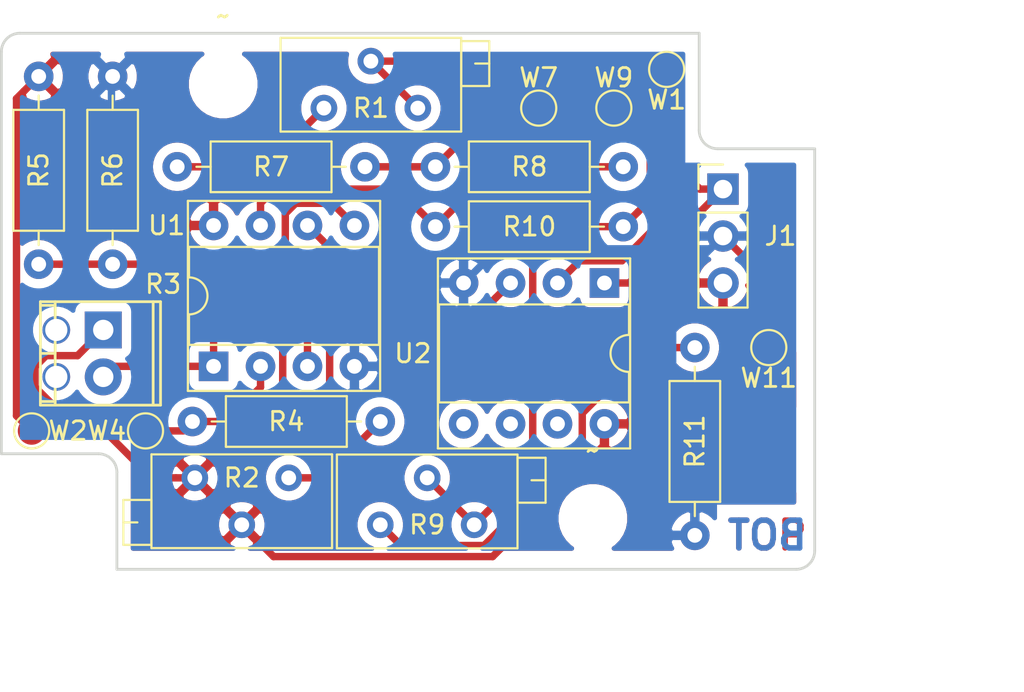
<source format=kicad_pcb>
(kicad_pcb (version 20171130) (host pcbnew "(5.1.4)-1")

  (general
    (thickness 1.6)
    (drawings 17)
    (tracks 131)
    (zones 0)
    (modules 22)
    (nets 16)
  )

  (page A4)
  (title_block
    (title RTD)
    (date 2017-10-05)
    (rev 1.2)
    (comment 1 "Amplifier for Pt100 sensors")
  )

  (layers
    (0 F.Cu signal)
    (31 B.Cu signal)
    (32 B.Adhes user)
    (33 F.Adhes user)
    (34 B.Paste user)
    (35 F.Paste user)
    (36 B.SilkS user)
    (37 F.SilkS user)
    (38 B.Mask user)
    (39 F.Mask user)
    (40 Dwgs.User user)
    (41 Cmts.User user)
    (42 Eco1.User user)
    (43 Eco2.User user)
    (44 Edge.Cuts user)
    (45 Margin user)
    (46 B.CrtYd user)
    (47 F.CrtYd user)
    (48 B.Fab user hide)
    (49 F.Fab user hide)
  )

  (setup
    (last_trace_width 0.4)
    (trace_clearance 0.2)
    (zone_clearance 0.508)
    (zone_45_only no)
    (trace_min 0.2)
    (via_size 0.6)
    (via_drill 0.4)
    (via_min_size 0.4)
    (via_min_drill 0.3)
    (uvia_size 0.3)
    (uvia_drill 0.1)
    (uvias_allowed no)
    (uvia_min_size 0.2)
    (uvia_min_drill 0.1)
    (edge_width 0.15)
    (segment_width 0.2)
    (pcb_text_width 0.3)
    (pcb_text_size 1.5 1.5)
    (mod_edge_width 0.15)
    (mod_text_size 1 1)
    (mod_text_width 0.15)
    (pad_size 1.5 1.5)
    (pad_drill 0)
    (pad_to_mask_clearance 0.2)
    (aux_axis_origin 15 44)
    (visible_elements 7FFFFFFF)
    (pcbplotparams
      (layerselection 0x010e0_ffffffff)
      (usegerberextensions true)
      (usegerberattributes false)
      (usegerberadvancedattributes false)
      (creategerberjobfile false)
      (excludeedgelayer true)
      (linewidth 0.100000)
      (plotframeref false)
      (viasonmask false)
      (mode 1)
      (useauxorigin true)
      (hpglpennumber 1)
      (hpglpenspeed 20)
      (hpglpendiameter 15.000000)
      (psnegative false)
      (psa4output false)
      (plotreference true)
      (plotvalue true)
      (plotinvisibletext false)
      (padsonsilk false)
      (subtractmaskfromsilk true)
      (outputformat 1)
      (mirror false)
      (drillshape 0)
      (scaleselection 1)
      (outputdirectory "../plot/"))
  )

  (net 0 "")
  (net 1 +5V)
  (net 2 "Net-(R1-Pad1)")
  (net 3 "Net-(R2-Pad1)")
  (net 4 "Net-(R3-Pad1)")
  (net 5 "Net-(R3-Pad2)")
  (net 6 "Net-(R7-Pad1)")
  (net 7 "Net-(R10-Pad2)")
  (net 8 "Net-(R10-Pad1)")
  (net 9 GND)
  (net 10 /SIGNAL)
  (net 11 "Net-(R5-Pad2)")
  (net 12 "Net-(R11-Pad1)")
  (net 13 "Net-(U2-Pad7)")
  (net 14 "Net-(U2-Pad6)")
  (net 15 "Net-(U2-Pad5)")

  (net_class Default "This is the default net class."
    (clearance 0.2)
    (trace_width 0.4)
    (via_dia 0.6)
    (via_drill 0.4)
    (uvia_dia 0.3)
    (uvia_drill 0.1)
    (add_net +5V)
    (add_net /SIGNAL)
    (add_net GND)
    (add_net "Net-(R1-Pad1)")
    (add_net "Net-(R10-Pad1)")
    (add_net "Net-(R10-Pad2)")
    (add_net "Net-(R11-Pad1)")
    (add_net "Net-(R2-Pad1)")
    (add_net "Net-(R3-Pad1)")
    (add_net "Net-(R3-Pad2)")
    (add_net "Net-(R5-Pad2)")
    (add_net "Net-(R7-Pad1)")
    (add_net "Net-(U2-Pad5)")
    (add_net "Net-(U2-Pad6)")
    (add_net "Net-(U2-Pad7)")
  )

  (module TestPoint:TestPoint_Pad_D1.5mm (layer F.Cu) (tedit 5A0F774F) (tstamp 5D770373)
    (at 56.515 32.004 180)
    (descr "SMD pad as test Point, diameter 1.5mm")
    (tags "test point SMD pad")
    (path /5D799F3F)
    (attr virtual)
    (fp_text reference W11 (at 0 -1.648) (layer F.SilkS)
      (effects (font (size 1 1) (thickness 0.15)))
    )
    (fp_text value ~ (at 0 1.75) (layer F.Fab)
      (effects (font (size 1 1) (thickness 0.15)))
    )
    (fp_circle (center 0 0) (end 0 0.95) (layer F.SilkS) (width 0.12))
    (fp_circle (center 0 0) (end 1.25 0) (layer F.CrtYd) (width 0.05))
    (fp_text user %R (at 0 -1.65) (layer F.Fab)
      (effects (font (size 1 1) (thickness 0.15)))
    )
    (pad 1 smd circle (at 0 0 180) (size 1.5 1.5) (layers F.Cu F.Mask)
      (net 9 GND))
  )

  (module TestPoint:TestPoint_Pad_D1.5mm (layer F.Cu) (tedit 5A0F774F) (tstamp 5D77036B)
    (at 48.133 19.05)
    (descr "SMD pad as test Point, diameter 1.5mm")
    (tags "test point SMD pad")
    (path /5D7A743E)
    (attr virtual)
    (fp_text reference W9 (at 0 -1.648) (layer F.SilkS)
      (effects (font (size 1 1) (thickness 0.15)))
    )
    (fp_text value ~ (at 0 1.75) (layer F.Fab)
      (effects (font (size 1 1) (thickness 0.15)))
    )
    (fp_circle (center 0 0) (end 0 0.95) (layer F.SilkS) (width 0.12))
    (fp_circle (center 0 0) (end 1.25 0) (layer F.CrtYd) (width 0.05))
    (fp_text user %R (at 0 -1.65) (layer F.Fab)
      (effects (font (size 1 1) (thickness 0.15)))
    )
    (pad 1 smd circle (at 0 0) (size 1.5 1.5) (layers F.Cu F.Mask)
      (net 8 "Net-(R10-Pad1)"))
  )

  (module TestPoint:TestPoint_Pad_D1.5mm (layer F.Cu) (tedit 5A0F774F) (tstamp 5D770363)
    (at 44.069 19.05)
    (descr "SMD pad as test Point, diameter 1.5mm")
    (tags "test point SMD pad")
    (path /5D7A32C4)
    (attr virtual)
    (fp_text reference W7 (at 0 -1.648) (layer F.SilkS)
      (effects (font (size 1 1) (thickness 0.15)))
    )
    (fp_text value ~ (at 0 1.75) (layer F.Fab)
      (effects (font (size 1 1) (thickness 0.15)))
    )
    (fp_circle (center 0 0) (end 0 0.95) (layer F.SilkS) (width 0.12))
    (fp_circle (center 0 0) (end 1.25 0) (layer F.CrtYd) (width 0.05))
    (fp_text user %R (at 0 -1.65) (layer F.Fab)
      (effects (font (size 1 1) (thickness 0.15)))
    )
    (pad 1 smd circle (at 0 0) (size 1.5 1.5) (layers F.Cu F.Mask)
      (net 6 "Net-(R7-Pad1)"))
  )

  (module TestPoint:TestPoint_Pad_D1.5mm (layer F.Cu) (tedit 5A0F774F) (tstamp 5D77035B)
    (at 22.7965 36.5125)
    (descr "SMD pad as test Point, diameter 1.5mm")
    (tags "test point SMD pad")
    (path /5D7B9F53)
    (attr virtual)
    (fp_text reference W4 (at -2.0955 0) (layer F.SilkS)
      (effects (font (size 1 1) (thickness 0.15)))
    )
    (fp_text value ~ (at 0 1.75) (layer F.Fab)
      (effects (font (size 1 1) (thickness 0.15)))
    )
    (fp_circle (center 0 0) (end 0 0.95) (layer F.SilkS) (width 0.12))
    (fp_circle (center 0 0) (end 1.25 0) (layer F.CrtYd) (width 0.05))
    (fp_text user %R (at 0 -1.65) (layer F.Fab)
      (effects (font (size 1 1) (thickness 0.15)))
    )
    (pad 1 smd circle (at 0 0) (size 1.5 1.5) (layers F.Cu F.Mask)
      (net 4 "Net-(R3-Pad1)"))
  )

  (module TestPoint:TestPoint_Pad_D1.5mm (layer F.Cu) (tedit 5A0F774F) (tstamp 5D770353)
    (at 16.637 36.5125)
    (descr "SMD pad as test Point, diameter 1.5mm")
    (tags "test point SMD pad")
    (path /5D7817D5)
    (attr virtual)
    (fp_text reference W2 (at 1.9685 0) (layer F.SilkS)
      (effects (font (size 1 1) (thickness 0.15)))
    )
    (fp_text value ~ (at 0 1.75) (layer F.Fab)
      (effects (font (size 1 1) (thickness 0.15)))
    )
    (fp_circle (center 0 0) (end 0 0.95) (layer F.SilkS) (width 0.12))
    (fp_circle (center 0 0) (end 1.25 0) (layer F.CrtYd) (width 0.05))
    (fp_text user %R (at 0 -1.65) (layer F.Fab)
      (effects (font (size 1 1) (thickness 0.15)))
    )
    (pad 1 smd circle (at 0 0) (size 1.5 1.5) (layers F.Cu F.Mask)
      (net 1 +5V))
  )

  (module TestPoint:TestPoint_Pad_D1.5mm (layer F.Cu) (tedit 5A0F774F) (tstamp 5D77034B)
    (at 50.9905 16.9545 180)
    (descr "SMD pad as test Point, diameter 1.5mm")
    (tags "test point SMD pad")
    (path /5D7A28F7)
    (attr virtual)
    (fp_text reference W1 (at 0 -1.648) (layer F.SilkS)
      (effects (font (size 1 1) (thickness 0.15)))
    )
    (fp_text value ~ (at 0 1.75) (layer F.Fab)
      (effects (font (size 1 1) (thickness 0.15)))
    )
    (fp_circle (center 0 0) (end 0 0.95) (layer F.SilkS) (width 0.12))
    (fp_circle (center 0 0) (end 1.25 0) (layer F.CrtYd) (width 0.05))
    (fp_text user %R (at 0 -1.65) (layer F.Fab)
      (effects (font (size 1 1) (thickness 0.15)))
    )
    (pad 1 smd circle (at 0 0 180) (size 1.5 1.5) (layers F.Cu F.Mask)
      (net 10 /SIGNAL))
  )

  (module Package_DIP:DIP-8_W7.62mm_Socket (layer F.Cu) (tedit 5A02E8C5) (tstamp 5D770343)
    (at 47.625 28.5115 270)
    (descr "8-lead though-hole mounted DIP package, row spacing 7.62 mm (300 mils), Socket")
    (tags "THT DIP DIL PDIP 2.54mm 7.62mm 300mil Socket")
    (path /5D785BFF)
    (fp_text reference U2 (at 3.811 10.366 180) (layer F.SilkS)
      (effects (font (size 1 1) (thickness 0.15)))
    )
    (fp_text value OPA2340 (at 3.81 9.95 90) (layer F.Fab)
      (effects (font (size 1 1) (thickness 0.15)))
    )
    (fp_text user %R (at 3.81 3.81 90) (layer F.Fab)
      (effects (font (size 1 1) (thickness 0.15)))
    )
    (fp_line (start 9.15 -1.6) (end -1.55 -1.6) (layer F.CrtYd) (width 0.05))
    (fp_line (start 9.15 9.2) (end 9.15 -1.6) (layer F.CrtYd) (width 0.05))
    (fp_line (start -1.55 9.2) (end 9.15 9.2) (layer F.CrtYd) (width 0.05))
    (fp_line (start -1.55 -1.6) (end -1.55 9.2) (layer F.CrtYd) (width 0.05))
    (fp_line (start 8.95 -1.39) (end -1.33 -1.39) (layer F.SilkS) (width 0.12))
    (fp_line (start 8.95 9.01) (end 8.95 -1.39) (layer F.SilkS) (width 0.12))
    (fp_line (start -1.33 9.01) (end 8.95 9.01) (layer F.SilkS) (width 0.12))
    (fp_line (start -1.33 -1.39) (end -1.33 9.01) (layer F.SilkS) (width 0.12))
    (fp_line (start 6.46 -1.33) (end 4.81 -1.33) (layer F.SilkS) (width 0.12))
    (fp_line (start 6.46 8.95) (end 6.46 -1.33) (layer F.SilkS) (width 0.12))
    (fp_line (start 1.16 8.95) (end 6.46 8.95) (layer F.SilkS) (width 0.12))
    (fp_line (start 1.16 -1.33) (end 1.16 8.95) (layer F.SilkS) (width 0.12))
    (fp_line (start 2.81 -1.33) (end 1.16 -1.33) (layer F.SilkS) (width 0.12))
    (fp_line (start 8.89 -1.33) (end -1.27 -1.33) (layer F.Fab) (width 0.1))
    (fp_line (start 8.89 8.95) (end 8.89 -1.33) (layer F.Fab) (width 0.1))
    (fp_line (start -1.27 8.95) (end 8.89 8.95) (layer F.Fab) (width 0.1))
    (fp_line (start -1.27 -1.33) (end -1.27 8.95) (layer F.Fab) (width 0.1))
    (fp_line (start 0.635 -0.27) (end 1.635 -1.27) (layer F.Fab) (width 0.1))
    (fp_line (start 0.635 8.89) (end 0.635 -0.27) (layer F.Fab) (width 0.1))
    (fp_line (start 6.985 8.89) (end 0.635 8.89) (layer F.Fab) (width 0.1))
    (fp_line (start 6.985 -1.27) (end 6.985 8.89) (layer F.Fab) (width 0.1))
    (fp_line (start 1.635 -1.27) (end 6.985 -1.27) (layer F.Fab) (width 0.1))
    (fp_arc (start 3.81 -1.33) (end 2.81 -1.33) (angle -180) (layer F.SilkS) (width 0.12))
    (pad 8 thru_hole oval (at 7.62 0 270) (size 1.6 1.6) (drill 0.8) (layers *.Cu *.Mask)
      (net 1 +5V))
    (pad 4 thru_hole oval (at 0 7.62 270) (size 1.6 1.6) (drill 0.8) (layers *.Cu *.Mask)
      (net 9 GND))
    (pad 7 thru_hole oval (at 7.62 2.54 270) (size 1.6 1.6) (drill 0.8) (layers *.Cu *.Mask)
      (net 13 "Net-(U2-Pad7)"))
    (pad 3 thru_hole oval (at 0 5.08 270) (size 1.6 1.6) (drill 0.8) (layers *.Cu *.Mask)
      (net 4 "Net-(R3-Pad1)"))
    (pad 6 thru_hole oval (at 7.62 5.08 270) (size 1.6 1.6) (drill 0.8) (layers *.Cu *.Mask)
      (net 14 "Net-(U2-Pad6)"))
    (pad 2 thru_hole oval (at 0 2.54 270) (size 1.6 1.6) (drill 0.8) (layers *.Cu *.Mask)
      (net 6 "Net-(R7-Pad1)"))
    (pad 5 thru_hole oval (at 7.62 7.62 270) (size 1.6 1.6) (drill 0.8) (layers *.Cu *.Mask)
      (net 15 "Net-(U2-Pad5)"))
    (pad 1 thru_hole rect (at 0 0 270) (size 1.6 1.6) (drill 0.8) (layers *.Cu *.Mask)
      (net 10 /SIGNAL))
    (model ${KISYS3DMOD}/Package_DIP.3dshapes/DIP-8_W7.62mm_Socket.wrl
      (at (xyz 0 0 0))
      (scale (xyz 1 1 1))
      (rotate (xyz 0 0 0))
    )
  )

  (module Package_DIP:DIP-8_W7.62mm_Socket (layer F.Cu) (tedit 5A02E8C5) (tstamp 5D77031F)
    (at 26.4795 33.02 90)
    (descr "8-lead though-hole mounted DIP package, row spacing 7.62 mm (300 mils), Socket")
    (tags "THT DIP DIL PDIP 2.54mm 7.62mm 300mil Socket")
    (path /5D759167)
    (fp_text reference U1 (at 7.62 -2.54 180) (layer F.SilkS)
      (effects (font (size 1 1) (thickness 0.15)))
    )
    (fp_text value OPA2340 (at 3.81 9.95 90) (layer F.Fab)
      (effects (font (size 1 1) (thickness 0.15)))
    )
    (fp_text user %R (at 3.81 3.81 90) (layer F.Fab)
      (effects (font (size 1 1) (thickness 0.15)))
    )
    (fp_line (start 9.15 -1.6) (end -1.55 -1.6) (layer F.CrtYd) (width 0.05))
    (fp_line (start 9.15 9.2) (end 9.15 -1.6) (layer F.CrtYd) (width 0.05))
    (fp_line (start -1.55 9.2) (end 9.15 9.2) (layer F.CrtYd) (width 0.05))
    (fp_line (start -1.55 -1.6) (end -1.55 9.2) (layer F.CrtYd) (width 0.05))
    (fp_line (start 8.95 -1.39) (end -1.33 -1.39) (layer F.SilkS) (width 0.12))
    (fp_line (start 8.95 9.01) (end 8.95 -1.39) (layer F.SilkS) (width 0.12))
    (fp_line (start -1.33 9.01) (end 8.95 9.01) (layer F.SilkS) (width 0.12))
    (fp_line (start -1.33 -1.39) (end -1.33 9.01) (layer F.SilkS) (width 0.12))
    (fp_line (start 6.46 -1.33) (end 4.81 -1.33) (layer F.SilkS) (width 0.12))
    (fp_line (start 6.46 8.95) (end 6.46 -1.33) (layer F.SilkS) (width 0.12))
    (fp_line (start 1.16 8.95) (end 6.46 8.95) (layer F.SilkS) (width 0.12))
    (fp_line (start 1.16 -1.33) (end 1.16 8.95) (layer F.SilkS) (width 0.12))
    (fp_line (start 2.81 -1.33) (end 1.16 -1.33) (layer F.SilkS) (width 0.12))
    (fp_line (start 8.89 -1.33) (end -1.27 -1.33) (layer F.Fab) (width 0.1))
    (fp_line (start 8.89 8.95) (end 8.89 -1.33) (layer F.Fab) (width 0.1))
    (fp_line (start -1.27 8.95) (end 8.89 8.95) (layer F.Fab) (width 0.1))
    (fp_line (start -1.27 -1.33) (end -1.27 8.95) (layer F.Fab) (width 0.1))
    (fp_line (start 0.635 -0.27) (end 1.635 -1.27) (layer F.Fab) (width 0.1))
    (fp_line (start 0.635 8.89) (end 0.635 -0.27) (layer F.Fab) (width 0.1))
    (fp_line (start 6.985 8.89) (end 0.635 8.89) (layer F.Fab) (width 0.1))
    (fp_line (start 6.985 -1.27) (end 6.985 8.89) (layer F.Fab) (width 0.1))
    (fp_line (start 1.635 -1.27) (end 6.985 -1.27) (layer F.Fab) (width 0.1))
    (fp_arc (start 3.81 -1.33) (end 2.81 -1.33) (angle -180) (layer F.SilkS) (width 0.12))
    (pad 8 thru_hole oval (at 7.62 0 90) (size 1.6 1.6) (drill 0.8) (layers *.Cu *.Mask)
      (net 1 +5V))
    (pad 4 thru_hole oval (at 0 7.62 90) (size 1.6 1.6) (drill 0.8) (layers *.Cu *.Mask)
      (net 9 GND))
    (pad 7 thru_hole oval (at 7.62 2.54 90) (size 1.6 1.6) (drill 0.8) (layers *.Cu *.Mask)
      (net 7 "Net-(R10-Pad2)"))
    (pad 3 thru_hole oval (at 0 5.08 90) (size 1.6 1.6) (drill 0.8) (layers *.Cu *.Mask)
      (net 11 "Net-(R5-Pad2)"))
    (pad 6 thru_hole oval (at 7.62 5.08 90) (size 1.6 1.6) (drill 0.8) (layers *.Cu *.Mask)
      (net 8 "Net-(R10-Pad1)"))
    (pad 2 thru_hole oval (at 0 2.54 90) (size 1.6 1.6) (drill 0.8) (layers *.Cu *.Mask)
      (net 4 "Net-(R3-Pad1)"))
    (pad 5 thru_hole oval (at 7.62 7.62 90) (size 1.6 1.6) (drill 0.8) (layers *.Cu *.Mask)
      (net 5 "Net-(R3-Pad2)"))
    (pad 1 thru_hole rect (at 0 0 90) (size 1.6 1.6) (drill 0.8) (layers *.Cu *.Mask)
      (net 5 "Net-(R3-Pad2)"))
    (model ${KISYS3DMOD}/Package_DIP.3dshapes/DIP-8_W7.62mm_Socket.wrl
      (at (xyz 0 0 0))
      (scale (xyz 1 1 1))
      (rotate (xyz 0 0 0))
    )
  )

  (module Resistor_THT:R_Axial_DIN0207_L6.3mm_D2.5mm_P10.16mm_Horizontal (layer F.Cu) (tedit 5AE5139B) (tstamp 5D7702FB)
    (at 52.5145 32.004 270)
    (descr "Resistor, Axial_DIN0207 series, Axial, Horizontal, pin pitch=10.16mm, 0.25W = 1/4W, length*diameter=6.3*2.5mm^2, http://cdn-reichelt.de/documents/datenblatt/B400/1_4W%23YAG.pdf")
    (tags "Resistor Axial_DIN0207 series Axial Horizontal pin pitch 10.16mm 0.25W = 1/4W length 6.3mm diameter 2.5mm")
    (path /5D7BB158)
    (fp_text reference R11 (at 5.08 0 90) (layer F.SilkS)
      (effects (font (size 1 1) (thickness 0.15)))
    )
    (fp_text value 2k (at 5.08 2.37 90) (layer F.Fab)
      (effects (font (size 1 1) (thickness 0.15)))
    )
    (fp_text user %R (at 5.08 0 90) (layer F.Fab)
      (effects (font (size 1 1) (thickness 0.15)))
    )
    (fp_line (start 11.21 -1.5) (end -1.05 -1.5) (layer F.CrtYd) (width 0.05))
    (fp_line (start 11.21 1.5) (end 11.21 -1.5) (layer F.CrtYd) (width 0.05))
    (fp_line (start -1.05 1.5) (end 11.21 1.5) (layer F.CrtYd) (width 0.05))
    (fp_line (start -1.05 -1.5) (end -1.05 1.5) (layer F.CrtYd) (width 0.05))
    (fp_line (start 9.12 0) (end 8.35 0) (layer F.SilkS) (width 0.12))
    (fp_line (start 1.04 0) (end 1.81 0) (layer F.SilkS) (width 0.12))
    (fp_line (start 8.35 -1.37) (end 1.81 -1.37) (layer F.SilkS) (width 0.12))
    (fp_line (start 8.35 1.37) (end 8.35 -1.37) (layer F.SilkS) (width 0.12))
    (fp_line (start 1.81 1.37) (end 8.35 1.37) (layer F.SilkS) (width 0.12))
    (fp_line (start 1.81 -1.37) (end 1.81 1.37) (layer F.SilkS) (width 0.12))
    (fp_line (start 10.16 0) (end 8.23 0) (layer F.Fab) (width 0.1))
    (fp_line (start 0 0) (end 1.93 0) (layer F.Fab) (width 0.1))
    (fp_line (start 8.23 -1.25) (end 1.93 -1.25) (layer F.Fab) (width 0.1))
    (fp_line (start 8.23 1.25) (end 8.23 -1.25) (layer F.Fab) (width 0.1))
    (fp_line (start 1.93 1.25) (end 8.23 1.25) (layer F.Fab) (width 0.1))
    (fp_line (start 1.93 -1.25) (end 1.93 1.25) (layer F.Fab) (width 0.1))
    (pad 2 thru_hole oval (at 10.16 0 270) (size 1.6 1.6) (drill 0.8) (layers *.Cu *.Mask)
      (net 9 GND))
    (pad 1 thru_hole circle (at 0 0 270) (size 1.6 1.6) (drill 0.8) (layers *.Cu *.Mask)
      (net 12 "Net-(R11-Pad1)"))
    (model ${KISYS3DMOD}/Resistor_THT.3dshapes/R_Axial_DIN0207_L6.3mm_D2.5mm_P10.16mm_Horizontal.wrl
      (at (xyz 0 0 0))
      (scale (xyz 1 1 1))
      (rotate (xyz 0 0 0))
    )
  )

  (module Resistor_THT:R_Axial_DIN0207_L6.3mm_D2.5mm_P10.16mm_Horizontal (layer F.Cu) (tedit 5AE5139B) (tstamp 5D7702E4)
    (at 48.641 25.4635 180)
    (descr "Resistor, Axial_DIN0207 series, Axial, Horizontal, pin pitch=10.16mm, 0.25W = 1/4W, length*diameter=6.3*2.5mm^2, http://cdn-reichelt.de/documents/datenblatt/B400/1_4W%23YAG.pdf")
    (tags "Resistor Axial_DIN0207 series Axial Horizontal pin pitch 10.16mm 0.25W = 1/4W length 6.3mm diameter 2.5mm")
    (path /5D7BC1FB)
    (fp_text reference R10 (at 5.08 0) (layer F.SilkS)
      (effects (font (size 1 1) (thickness 0.15)))
    )
    (fp_text value 200 (at 5.08 2.37) (layer F.Fab)
      (effects (font (size 1 1) (thickness 0.15)))
    )
    (fp_text user %R (at 5.08 0) (layer F.Fab)
      (effects (font (size 1 1) (thickness 0.15)))
    )
    (fp_line (start 11.21 -1.5) (end -1.05 -1.5) (layer F.CrtYd) (width 0.05))
    (fp_line (start 11.21 1.5) (end 11.21 -1.5) (layer F.CrtYd) (width 0.05))
    (fp_line (start -1.05 1.5) (end 11.21 1.5) (layer F.CrtYd) (width 0.05))
    (fp_line (start -1.05 -1.5) (end -1.05 1.5) (layer F.CrtYd) (width 0.05))
    (fp_line (start 9.12 0) (end 8.35 0) (layer F.SilkS) (width 0.12))
    (fp_line (start 1.04 0) (end 1.81 0) (layer F.SilkS) (width 0.12))
    (fp_line (start 8.35 -1.37) (end 1.81 -1.37) (layer F.SilkS) (width 0.12))
    (fp_line (start 8.35 1.37) (end 8.35 -1.37) (layer F.SilkS) (width 0.12))
    (fp_line (start 1.81 1.37) (end 8.35 1.37) (layer F.SilkS) (width 0.12))
    (fp_line (start 1.81 -1.37) (end 1.81 1.37) (layer F.SilkS) (width 0.12))
    (fp_line (start 10.16 0) (end 8.23 0) (layer F.Fab) (width 0.1))
    (fp_line (start 0 0) (end 1.93 0) (layer F.Fab) (width 0.1))
    (fp_line (start 8.23 -1.25) (end 1.93 -1.25) (layer F.Fab) (width 0.1))
    (fp_line (start 8.23 1.25) (end 8.23 -1.25) (layer F.Fab) (width 0.1))
    (fp_line (start 1.93 1.25) (end 8.23 1.25) (layer F.Fab) (width 0.1))
    (fp_line (start 1.93 -1.25) (end 1.93 1.25) (layer F.Fab) (width 0.1))
    (pad 2 thru_hole oval (at 10.16 0 180) (size 1.6 1.6) (drill 0.8) (layers *.Cu *.Mask)
      (net 7 "Net-(R10-Pad2)"))
    (pad 1 thru_hole circle (at 0 0 180) (size 1.6 1.6) (drill 0.8) (layers *.Cu *.Mask)
      (net 8 "Net-(R10-Pad1)"))
    (model ${KISYS3DMOD}/Resistor_THT.3dshapes/R_Axial_DIN0207_L6.3mm_D2.5mm_P10.16mm_Horizontal.wrl
      (at (xyz 0 0 0))
      (scale (xyz 1 1 1))
      (rotate (xyz 0 0 0))
    )
  )

  (module Potentiometer_THT:Potentiometer_Bourns_3296Z_Horizontal (layer F.Cu) (tedit 5A3D4994) (tstamp 5D7702CD)
    (at 35.4965 41.5925 180)
    (descr "Potentiometer, horizontal, Bourns 3296Z, https://www.bourns.com/pdfs/3296.pdf")
    (tags "Potentiometer horizontal Bourns 3296Z")
    (path /5D79E816)
    (fp_text reference R9 (at -2.54 0) (layer F.SilkS)
      (effects (font (size 1 1) (thickness 0.15)))
    )
    (fp_text value 470 (at -3.3 4.93) (layer F.Fab)
      (effects (font (size 1 1) (thickness 0.15)))
    )
    (fp_text user %R (at -2.54 1.265) (layer F.Fab)
      (effects (font (size 1 1) (thickness 0.15)))
    )
    (fp_line (start 2.5 -1.45) (end -9.1 -1.45) (layer F.CrtYd) (width 0.05))
    (fp_line (start 2.5 3.95) (end 2.5 -1.45) (layer F.CrtYd) (width 0.05))
    (fp_line (start -9.1 3.95) (end 2.5 3.95) (layer F.CrtYd) (width 0.05))
    (fp_line (start -9.1 -1.45) (end -9.1 3.95) (layer F.CrtYd) (width 0.05))
    (fp_line (start -8.945 2.41) (end -8.186 2.41) (layer F.SilkS) (width 0.12))
    (fp_line (start -7.426 1.195) (end -7.426 3.625) (layer F.SilkS) (width 0.12))
    (fp_line (start -8.945 1.195) (end -8.945 3.625) (layer F.SilkS) (width 0.12))
    (fp_line (start -8.945 3.625) (end -7.426 3.625) (layer F.SilkS) (width 0.12))
    (fp_line (start -8.945 1.195) (end -7.426 1.195) (layer F.SilkS) (width 0.12))
    (fp_line (start 2.345 -1.27) (end 2.345 3.8) (layer F.SilkS) (width 0.12))
    (fp_line (start -7.425 -1.27) (end -7.425 3.8) (layer F.SilkS) (width 0.12))
    (fp_line (start -7.425 3.8) (end 2.345 3.8) (layer F.SilkS) (width 0.12))
    (fp_line (start -7.425 -1.27) (end 2.345 -1.27) (layer F.SilkS) (width 0.12))
    (fp_line (start -8.825 2.41) (end -8.065 2.41) (layer F.Fab) (width 0.1))
    (fp_line (start -7.305 1.315) (end -8.825 1.315) (layer F.Fab) (width 0.1))
    (fp_line (start -7.305 3.505) (end -7.305 1.315) (layer F.Fab) (width 0.1))
    (fp_line (start -8.825 3.505) (end -7.305 3.505) (layer F.Fab) (width 0.1))
    (fp_line (start -8.825 1.315) (end -8.825 3.505) (layer F.Fab) (width 0.1))
    (fp_line (start 2.225 -1.15) (end -7.305 -1.15) (layer F.Fab) (width 0.1))
    (fp_line (start 2.225 3.68) (end 2.225 -1.15) (layer F.Fab) (width 0.1))
    (fp_line (start -7.305 3.68) (end 2.225 3.68) (layer F.Fab) (width 0.1))
    (fp_line (start -7.305 -1.15) (end -7.305 3.68) (layer F.Fab) (width 0.1))
    (pad 3 thru_hole circle (at -5.08 0 180) (size 1.44 1.44) (drill 0.8) (layers *.Cu *.Mask)
      (net 8 "Net-(R10-Pad1)"))
    (pad 2 thru_hole circle (at -2.54 2.54 180) (size 1.44 1.44) (drill 0.8) (layers *.Cu *.Mask)
      (net 8 "Net-(R10-Pad1)"))
    (pad 1 thru_hole circle (at 0 0 180) (size 1.44 1.44) (drill 0.8) (layers *.Cu *.Mask)
      (net 12 "Net-(R11-Pad1)"))
    (model ${KISYS3DMOD}/Potentiometer_THT.3dshapes/Potentiometer_Bourns_3296Z_Horizontal.wrl
      (at (xyz 0 0 0))
      (scale (xyz 1 1 1))
      (rotate (xyz 0 0 0))
    )
  )

  (module Resistor_THT:R_Axial_DIN0207_L6.3mm_D2.5mm_P10.16mm_Horizontal (layer F.Cu) (tedit 5AE5139B) (tstamp 5D7702AF)
    (at 48.641 22.225 180)
    (descr "Resistor, Axial_DIN0207 series, Axial, Horizontal, pin pitch=10.16mm, 0.25W = 1/4W, length*diameter=6.3*2.5mm^2, http://cdn-reichelt.de/documents/datenblatt/B400/1_4W%23YAG.pdf")
    (tags "Resistor Axial_DIN0207 series Axial Horizontal pin pitch 10.16mm 0.25W = 1/4W length 6.3mm diameter 2.5mm")
    (path /5D7BD852)
    (fp_text reference R8 (at 5.08 0) (layer F.SilkS)
      (effects (font (size 1 1) (thickness 0.15)))
    )
    (fp_text value 200 (at 5.08 2.37) (layer F.Fab)
      (effects (font (size 1 1) (thickness 0.15)))
    )
    (fp_text user %R (at 5.08 0) (layer F.Fab)
      (effects (font (size 1 1) (thickness 0.15)))
    )
    (fp_line (start 11.21 -1.5) (end -1.05 -1.5) (layer F.CrtYd) (width 0.05))
    (fp_line (start 11.21 1.5) (end 11.21 -1.5) (layer F.CrtYd) (width 0.05))
    (fp_line (start -1.05 1.5) (end 11.21 1.5) (layer F.CrtYd) (width 0.05))
    (fp_line (start -1.05 -1.5) (end -1.05 1.5) (layer F.CrtYd) (width 0.05))
    (fp_line (start 9.12 0) (end 8.35 0) (layer F.SilkS) (width 0.12))
    (fp_line (start 1.04 0) (end 1.81 0) (layer F.SilkS) (width 0.12))
    (fp_line (start 8.35 -1.37) (end 1.81 -1.37) (layer F.SilkS) (width 0.12))
    (fp_line (start 8.35 1.37) (end 8.35 -1.37) (layer F.SilkS) (width 0.12))
    (fp_line (start 1.81 1.37) (end 8.35 1.37) (layer F.SilkS) (width 0.12))
    (fp_line (start 1.81 -1.37) (end 1.81 1.37) (layer F.SilkS) (width 0.12))
    (fp_line (start 10.16 0) (end 8.23 0) (layer F.Fab) (width 0.1))
    (fp_line (start 0 0) (end 1.93 0) (layer F.Fab) (width 0.1))
    (fp_line (start 8.23 -1.25) (end 1.93 -1.25) (layer F.Fab) (width 0.1))
    (fp_line (start 8.23 1.25) (end 8.23 -1.25) (layer F.Fab) (width 0.1))
    (fp_line (start 1.93 1.25) (end 8.23 1.25) (layer F.Fab) (width 0.1))
    (fp_line (start 1.93 -1.25) (end 1.93 1.25) (layer F.Fab) (width 0.1))
    (pad 2 thru_hole oval (at 10.16 0 180) (size 1.6 1.6) (drill 0.8) (layers *.Cu *.Mask)
      (net 6 "Net-(R7-Pad1)"))
    (pad 1 thru_hole circle (at 0 0 180) (size 1.6 1.6) (drill 0.8) (layers *.Cu *.Mask)
      (net 7 "Net-(R10-Pad2)"))
    (model ${KISYS3DMOD}/Resistor_THT.3dshapes/R_Axial_DIN0207_L6.3mm_D2.5mm_P10.16mm_Horizontal.wrl
      (at (xyz 0 0 0))
      (scale (xyz 1 1 1))
      (rotate (xyz 0 0 0))
    )
  )

  (module Resistor_THT:R_Axial_DIN0207_L6.3mm_D2.5mm_P10.16mm_Horizontal (layer F.Cu) (tedit 5AE5139B) (tstamp 5D770298)
    (at 34.671 22.225 180)
    (descr "Resistor, Axial_DIN0207 series, Axial, Horizontal, pin pitch=10.16mm, 0.25W = 1/4W, length*diameter=6.3*2.5mm^2, http://cdn-reichelt.de/documents/datenblatt/B400/1_4W%23YAG.pdf")
    (tags "Resistor Axial_DIN0207 series Axial Horizontal pin pitch 10.16mm 0.25W = 1/4W length 6.3mm diameter 2.5mm")
    (path /5D7BE22E)
    (fp_text reference R7 (at 5.08 0) (layer F.SilkS)
      (effects (font (size 1 1) (thickness 0.15)))
    )
    (fp_text value 4k7 (at 5.08 2.37) (layer F.Fab)
      (effects (font (size 1 1) (thickness 0.15)))
    )
    (fp_text user %R (at 5.08 0) (layer F.Fab)
      (effects (font (size 1 1) (thickness 0.15)))
    )
    (fp_line (start 11.21 -1.5) (end -1.05 -1.5) (layer F.CrtYd) (width 0.05))
    (fp_line (start 11.21 1.5) (end 11.21 -1.5) (layer F.CrtYd) (width 0.05))
    (fp_line (start -1.05 1.5) (end 11.21 1.5) (layer F.CrtYd) (width 0.05))
    (fp_line (start -1.05 -1.5) (end -1.05 1.5) (layer F.CrtYd) (width 0.05))
    (fp_line (start 9.12 0) (end 8.35 0) (layer F.SilkS) (width 0.12))
    (fp_line (start 1.04 0) (end 1.81 0) (layer F.SilkS) (width 0.12))
    (fp_line (start 8.35 -1.37) (end 1.81 -1.37) (layer F.SilkS) (width 0.12))
    (fp_line (start 8.35 1.37) (end 8.35 -1.37) (layer F.SilkS) (width 0.12))
    (fp_line (start 1.81 1.37) (end 8.35 1.37) (layer F.SilkS) (width 0.12))
    (fp_line (start 1.81 -1.37) (end 1.81 1.37) (layer F.SilkS) (width 0.12))
    (fp_line (start 10.16 0) (end 8.23 0) (layer F.Fab) (width 0.1))
    (fp_line (start 0 0) (end 1.93 0) (layer F.Fab) (width 0.1))
    (fp_line (start 8.23 -1.25) (end 1.93 -1.25) (layer F.Fab) (width 0.1))
    (fp_line (start 8.23 1.25) (end 8.23 -1.25) (layer F.Fab) (width 0.1))
    (fp_line (start 1.93 1.25) (end 8.23 1.25) (layer F.Fab) (width 0.1))
    (fp_line (start 1.93 -1.25) (end 1.93 1.25) (layer F.Fab) (width 0.1))
    (pad 2 thru_hole oval (at 10.16 0 180) (size 1.6 1.6) (drill 0.8) (layers *.Cu *.Mask)
      (net 2 "Net-(R1-Pad1)"))
    (pad 1 thru_hole circle (at 0 0 180) (size 1.6 1.6) (drill 0.8) (layers *.Cu *.Mask)
      (net 6 "Net-(R7-Pad1)"))
    (model ${KISYS3DMOD}/Resistor_THT.3dshapes/R_Axial_DIN0207_L6.3mm_D2.5mm_P10.16mm_Horizontal.wrl
      (at (xyz 0 0 0))
      (scale (xyz 1 1 1))
      (rotate (xyz 0 0 0))
    )
  )

  (module Resistor_THT:R_Axial_DIN0207_L6.3mm_D2.5mm_P10.16mm_Horizontal (layer F.Cu) (tedit 5AE5139B) (tstamp 5D770281)
    (at 21.0185 17.3355 270)
    (descr "Resistor, Axial_DIN0207 series, Axial, Horizontal, pin pitch=10.16mm, 0.25W = 1/4W, length*diameter=6.3*2.5mm^2, http://cdn-reichelt.de/documents/datenblatt/B400/1_4W%23YAG.pdf")
    (tags "Resistor Axial_DIN0207 series Axial Horizontal pin pitch 10.16mm 0.25W = 1/4W length 6.3mm diameter 2.5mm")
    (path /5D7BE79A)
    (fp_text reference R6 (at 5.08 0 90) (layer F.SilkS)
      (effects (font (size 1 1) (thickness 0.15)))
    )
    (fp_text value 10k (at 5.08 2.37 90) (layer F.Fab)
      (effects (font (size 1 1) (thickness 0.15)))
    )
    (fp_text user %R (at 5.08 0 90) (layer F.Fab)
      (effects (font (size 1 1) (thickness 0.15)))
    )
    (fp_line (start 11.21 -1.5) (end -1.05 -1.5) (layer F.CrtYd) (width 0.05))
    (fp_line (start 11.21 1.5) (end 11.21 -1.5) (layer F.CrtYd) (width 0.05))
    (fp_line (start -1.05 1.5) (end 11.21 1.5) (layer F.CrtYd) (width 0.05))
    (fp_line (start -1.05 -1.5) (end -1.05 1.5) (layer F.CrtYd) (width 0.05))
    (fp_line (start 9.12 0) (end 8.35 0) (layer F.SilkS) (width 0.12))
    (fp_line (start 1.04 0) (end 1.81 0) (layer F.SilkS) (width 0.12))
    (fp_line (start 8.35 -1.37) (end 1.81 -1.37) (layer F.SilkS) (width 0.12))
    (fp_line (start 8.35 1.37) (end 8.35 -1.37) (layer F.SilkS) (width 0.12))
    (fp_line (start 1.81 1.37) (end 8.35 1.37) (layer F.SilkS) (width 0.12))
    (fp_line (start 1.81 -1.37) (end 1.81 1.37) (layer F.SilkS) (width 0.12))
    (fp_line (start 10.16 0) (end 8.23 0) (layer F.Fab) (width 0.1))
    (fp_line (start 0 0) (end 1.93 0) (layer F.Fab) (width 0.1))
    (fp_line (start 8.23 -1.25) (end 1.93 -1.25) (layer F.Fab) (width 0.1))
    (fp_line (start 8.23 1.25) (end 8.23 -1.25) (layer F.Fab) (width 0.1))
    (fp_line (start 1.93 1.25) (end 8.23 1.25) (layer F.Fab) (width 0.1))
    (fp_line (start 1.93 -1.25) (end 1.93 1.25) (layer F.Fab) (width 0.1))
    (pad 2 thru_hole oval (at 10.16 0 270) (size 1.6 1.6) (drill 0.8) (layers *.Cu *.Mask)
      (net 11 "Net-(R5-Pad2)"))
    (pad 1 thru_hole circle (at 0 0 270) (size 1.6 1.6) (drill 0.8) (layers *.Cu *.Mask)
      (net 9 GND))
    (model ${KISYS3DMOD}/Resistor_THT.3dshapes/R_Axial_DIN0207_L6.3mm_D2.5mm_P10.16mm_Horizontal.wrl
      (at (xyz 0 0 0))
      (scale (xyz 1 1 1))
      (rotate (xyz 0 0 0))
    )
  )

  (module Resistor_THT:R_Axial_DIN0207_L6.3mm_D2.5mm_P10.16mm_Horizontal (layer F.Cu) (tedit 5AE5139B) (tstamp 5D77026A)
    (at 17.018 17.3355 270)
    (descr "Resistor, Axial_DIN0207 series, Axial, Horizontal, pin pitch=10.16mm, 0.25W = 1/4W, length*diameter=6.3*2.5mm^2, http://cdn-reichelt.de/documents/datenblatt/B400/1_4W%23YAG.pdf")
    (tags "Resistor Axial_DIN0207 series Axial Horizontal pin pitch 10.16mm 0.25W = 1/4W length 6.3mm diameter 2.5mm")
    (path /5D7BA5FC)
    (fp_text reference R5 (at 5.08 0 90) (layer F.SilkS)
      (effects (font (size 1 1) (thickness 0.15)))
    )
    (fp_text value 10k (at 5.08 2.37 90) (layer F.Fab)
      (effects (font (size 1 1) (thickness 0.15)))
    )
    (fp_text user %R (at 5.08 0 90) (layer F.Fab)
      (effects (font (size 1 1) (thickness 0.15)))
    )
    (fp_line (start 11.21 -1.5) (end -1.05 -1.5) (layer F.CrtYd) (width 0.05))
    (fp_line (start 11.21 1.5) (end 11.21 -1.5) (layer F.CrtYd) (width 0.05))
    (fp_line (start -1.05 1.5) (end 11.21 1.5) (layer F.CrtYd) (width 0.05))
    (fp_line (start -1.05 -1.5) (end -1.05 1.5) (layer F.CrtYd) (width 0.05))
    (fp_line (start 9.12 0) (end 8.35 0) (layer F.SilkS) (width 0.12))
    (fp_line (start 1.04 0) (end 1.81 0) (layer F.SilkS) (width 0.12))
    (fp_line (start 8.35 -1.37) (end 1.81 -1.37) (layer F.SilkS) (width 0.12))
    (fp_line (start 8.35 1.37) (end 8.35 -1.37) (layer F.SilkS) (width 0.12))
    (fp_line (start 1.81 1.37) (end 8.35 1.37) (layer F.SilkS) (width 0.12))
    (fp_line (start 1.81 -1.37) (end 1.81 1.37) (layer F.SilkS) (width 0.12))
    (fp_line (start 10.16 0) (end 8.23 0) (layer F.Fab) (width 0.1))
    (fp_line (start 0 0) (end 1.93 0) (layer F.Fab) (width 0.1))
    (fp_line (start 8.23 -1.25) (end 1.93 -1.25) (layer F.Fab) (width 0.1))
    (fp_line (start 8.23 1.25) (end 8.23 -1.25) (layer F.Fab) (width 0.1))
    (fp_line (start 1.93 1.25) (end 8.23 1.25) (layer F.Fab) (width 0.1))
    (fp_line (start 1.93 -1.25) (end 1.93 1.25) (layer F.Fab) (width 0.1))
    (pad 2 thru_hole oval (at 10.16 0 270) (size 1.6 1.6) (drill 0.8) (layers *.Cu *.Mask)
      (net 11 "Net-(R5-Pad2)"))
    (pad 1 thru_hole circle (at 0 0 270) (size 1.6 1.6) (drill 0.8) (layers *.Cu *.Mask)
      (net 1 +5V))
    (model ${KISYS3DMOD}/Resistor_THT.3dshapes/R_Axial_DIN0207_L6.3mm_D2.5mm_P10.16mm_Horizontal.wrl
      (at (xyz 0 0 0))
      (scale (xyz 1 1 1))
      (rotate (xyz 0 0 0))
    )
  )

  (module Resistor_THT:R_Axial_DIN0207_L6.3mm_D2.5mm_P10.16mm_Horizontal (layer F.Cu) (tedit 5AE5139B) (tstamp 5D770253)
    (at 35.4965 36.0045 180)
    (descr "Resistor, Axial_DIN0207 series, Axial, Horizontal, pin pitch=10.16mm, 0.25W = 1/4W, length*diameter=6.3*2.5mm^2, http://cdn-reichelt.de/documents/datenblatt/B400/1_4W%23YAG.pdf")
    (tags "Resistor Axial_DIN0207 series Axial Horizontal pin pitch 10.16mm 0.25W = 1/4W length 6.3mm diameter 2.5mm")
    (path /5D7B91A5)
    (fp_text reference R4 (at 5.08 0) (layer F.SilkS)
      (effects (font (size 1 1) (thickness 0.15)))
    )
    (fp_text value 2k2 (at 5.08 2.37) (layer F.Fab)
      (effects (font (size 1 1) (thickness 0.15)))
    )
    (fp_text user %R (at 5.08 0) (layer F.Fab)
      (effects (font (size 1 1) (thickness 0.15)))
    )
    (fp_line (start 11.21 -1.5) (end -1.05 -1.5) (layer F.CrtYd) (width 0.05))
    (fp_line (start 11.21 1.5) (end 11.21 -1.5) (layer F.CrtYd) (width 0.05))
    (fp_line (start -1.05 1.5) (end 11.21 1.5) (layer F.CrtYd) (width 0.05))
    (fp_line (start -1.05 -1.5) (end -1.05 1.5) (layer F.CrtYd) (width 0.05))
    (fp_line (start 9.12 0) (end 8.35 0) (layer F.SilkS) (width 0.12))
    (fp_line (start 1.04 0) (end 1.81 0) (layer F.SilkS) (width 0.12))
    (fp_line (start 8.35 -1.37) (end 1.81 -1.37) (layer F.SilkS) (width 0.12))
    (fp_line (start 8.35 1.37) (end 8.35 -1.37) (layer F.SilkS) (width 0.12))
    (fp_line (start 1.81 1.37) (end 8.35 1.37) (layer F.SilkS) (width 0.12))
    (fp_line (start 1.81 -1.37) (end 1.81 1.37) (layer F.SilkS) (width 0.12))
    (fp_line (start 10.16 0) (end 8.23 0) (layer F.Fab) (width 0.1))
    (fp_line (start 0 0) (end 1.93 0) (layer F.Fab) (width 0.1))
    (fp_line (start 8.23 -1.25) (end 1.93 -1.25) (layer F.Fab) (width 0.1))
    (fp_line (start 8.23 1.25) (end 8.23 -1.25) (layer F.Fab) (width 0.1))
    (fp_line (start 1.93 1.25) (end 8.23 1.25) (layer F.Fab) (width 0.1))
    (fp_line (start 1.93 -1.25) (end 1.93 1.25) (layer F.Fab) (width 0.1))
    (pad 2 thru_hole oval (at 10.16 0 180) (size 1.6 1.6) (drill 0.8) (layers *.Cu *.Mask)
      (net 4 "Net-(R3-Pad1)"))
    (pad 1 thru_hole circle (at 0 0 180) (size 1.6 1.6) (drill 0.8) (layers *.Cu *.Mask)
      (net 3 "Net-(R2-Pad1)"))
    (model ${KISYS3DMOD}/Resistor_THT.3dshapes/R_Axial_DIN0207_L6.3mm_D2.5mm_P10.16mm_Horizontal.wrl
      (at (xyz 0 0 0))
      (scale (xyz 1 1 1))
      (rotate (xyz 0 0 0))
    )
  )

  (module Pheonix:TerminalBlock_Pheonix_MPT-2.54mm_2pol (layer F.Cu) (tedit 5D646CC8) (tstamp 5D77023C)
    (at 20.5105 31.0515 270)
    (descr "2-way 2.54mm pitch terminal block, Phoenix MPT series")
    (path /5D7A833B)
    (fp_text reference R3 (at -2.4765 -3.2385 180) (layer F.SilkS)
      (effects (font (size 1 1) (thickness 0.15)))
    )
    (fp_text value PT100 (at 1.27 4.50088 90) (layer F.Fab)
      (effects (font (size 1 1) (thickness 0.15)))
    )
    (fp_line (start -1.52908 -3.0988) (end -1.52908 3.4) (layer F.SilkS) (width 0.15))
    (fp_line (start 4.06908 -3.0988) (end -1.52908 -3.0988) (layer F.SilkS) (width 0.15))
    (fp_line (start 4.06908 3.4) (end 4.06908 -3.0988) (layer F.SilkS) (width 0.15))
    (fp_line (start -1.52908 3.4) (end 4.06908 3.4) (layer F.SilkS) (width 0.15))
    (fp_line (start -1.52908 -2.70002) (end 4.06908 -2.70002) (layer F.SilkS) (width 0.15))
    (fp_line (start 1.27 3.4) (end 1.27 2.60096) (layer F.SilkS) (width 0.15))
    (fp_line (start 3.87096 2.60096) (end 3.87096 3.4) (layer F.SilkS) (width 0.15))
    (fp_line (start -1.33096 3.4) (end -1.33096 2.60096) (layer F.SilkS) (width 0.15))
    (fp_line (start 4.06908 2.60096) (end -1.52908 2.60096) (layer F.SilkS) (width 0.15))
    (fp_line (start 4.3 -3.3) (end 4.3 3.6) (layer F.CrtYd) (width 0.05))
    (fp_line (start 4.3 3.6) (end -1.7 3.6) (layer F.CrtYd) (width 0.05))
    (fp_line (start -1.7 3.6) (end -1.7 -3.3) (layer F.CrtYd) (width 0.05))
    (fp_line (start -1.7 -3.3) (end 4.3 -3.3) (layer F.CrtYd) (width 0.05))
    (pad "" np_thru_hole circle (at 0 2.54 270) (size 1.5 1.5) (drill 1.2) (layers *.Cu *.Mask))
    (pad "" np_thru_hole circle (at 2.54 2.54 270) (size 1.5 1.5) (drill 1.2) (layers *.Cu *.Mask))
    (pad 1 thru_hole rect (at 0 0 270) (size 1.99898 1.99898) (drill 1.1) (layers *.Cu *.Mask)
      (net 4 "Net-(R3-Pad1)"))
    (pad 2 thru_hole oval (at 2.54 0 270) (size 1.99898 1.99898) (drill 1.1) (layers *.Cu *.Mask)
      (net 5 "Net-(R3-Pad2)"))
    (model ${BBLIB_3D_NONFREE}/Pheonix.3dshapes/Phoenix_MPT_2.54_2pol.stp
      (offset (xyz 4.04 -3.1 0.1))
      (scale (xyz 1 1 1))
      (rotate (xyz -90 0 -90))
    )
  )

  (module Potentiometer_THT:Potentiometer_Bourns_3296Z_Horizontal (layer F.Cu) (tedit 5A3D4994) (tstamp 5D770227)
    (at 30.5435 39.0525)
    (descr "Potentiometer, horizontal, Bourns 3296Z, https://www.bourns.com/pdfs/3296.pdf")
    (tags "Potentiometer horizontal Bourns 3296Z")
    (path /5D79B570)
    (fp_text reference R2 (at -2.54 0) (layer F.SilkS)
      (effects (font (size 1 1) (thickness 0.15)))
    )
    (fp_text value 300 (at -3.3 4.93) (layer F.Fab)
      (effects (font (size 1 1) (thickness 0.15)))
    )
    (fp_text user %R (at -2.54 1.265) (layer F.Fab)
      (effects (font (size 1 1) (thickness 0.15)))
    )
    (fp_line (start 2.5 -1.45) (end -9.1 -1.45) (layer F.CrtYd) (width 0.05))
    (fp_line (start 2.5 3.95) (end 2.5 -1.45) (layer F.CrtYd) (width 0.05))
    (fp_line (start -9.1 3.95) (end 2.5 3.95) (layer F.CrtYd) (width 0.05))
    (fp_line (start -9.1 -1.45) (end -9.1 3.95) (layer F.CrtYd) (width 0.05))
    (fp_line (start -8.945 2.41) (end -8.186 2.41) (layer F.SilkS) (width 0.12))
    (fp_line (start -7.426 1.195) (end -7.426 3.625) (layer F.SilkS) (width 0.12))
    (fp_line (start -8.945 1.195) (end -8.945 3.625) (layer F.SilkS) (width 0.12))
    (fp_line (start -8.945 3.625) (end -7.426 3.625) (layer F.SilkS) (width 0.12))
    (fp_line (start -8.945 1.195) (end -7.426 1.195) (layer F.SilkS) (width 0.12))
    (fp_line (start 2.345 -1.27) (end 2.345 3.8) (layer F.SilkS) (width 0.12))
    (fp_line (start -7.425 -1.27) (end -7.425 3.8) (layer F.SilkS) (width 0.12))
    (fp_line (start -7.425 3.8) (end 2.345 3.8) (layer F.SilkS) (width 0.12))
    (fp_line (start -7.425 -1.27) (end 2.345 -1.27) (layer F.SilkS) (width 0.12))
    (fp_line (start -8.825 2.41) (end -8.065 2.41) (layer F.Fab) (width 0.1))
    (fp_line (start -7.305 1.315) (end -8.825 1.315) (layer F.Fab) (width 0.1))
    (fp_line (start -7.305 3.505) (end -7.305 1.315) (layer F.Fab) (width 0.1))
    (fp_line (start -8.825 3.505) (end -7.305 3.505) (layer F.Fab) (width 0.1))
    (fp_line (start -8.825 1.315) (end -8.825 3.505) (layer F.Fab) (width 0.1))
    (fp_line (start 2.225 -1.15) (end -7.305 -1.15) (layer F.Fab) (width 0.1))
    (fp_line (start 2.225 3.68) (end 2.225 -1.15) (layer F.Fab) (width 0.1))
    (fp_line (start -7.305 3.68) (end 2.225 3.68) (layer F.Fab) (width 0.1))
    (fp_line (start -7.305 -1.15) (end -7.305 3.68) (layer F.Fab) (width 0.1))
    (pad 3 thru_hole circle (at -5.08 0) (size 1.44 1.44) (drill 0.8) (layers *.Cu *.Mask)
      (net 1 +5V))
    (pad 2 thru_hole circle (at -2.54 2.54) (size 1.44 1.44) (drill 0.8) (layers *.Cu *.Mask)
      (net 1 +5V))
    (pad 1 thru_hole circle (at 0 0) (size 1.44 1.44) (drill 0.8) (layers *.Cu *.Mask)
      (net 3 "Net-(R2-Pad1)"))
    (model ${KISYS3DMOD}/Potentiometer_THT.3dshapes/Potentiometer_Bourns_3296Z_Horizontal.wrl
      (at (xyz 0 0 0))
      (scale (xyz 1 1 1))
      (rotate (xyz 0 0 0))
    )
  )

  (module Potentiometer_THT:Potentiometer_Bourns_3296Z_Horizontal (layer F.Cu) (tedit 5A3D4994) (tstamp 5D770209)
    (at 32.4485 19.05 180)
    (descr "Potentiometer, horizontal, Bourns 3296Z, https://www.bourns.com/pdfs/3296.pdf")
    (tags "Potentiometer horizontal Bourns 3296Z")
    (path /5D79FB46)
    (fp_text reference R1 (at -2.54 0) (layer F.SilkS)
      (effects (font (size 1 1) (thickness 0.15)))
    )
    (fp_text value 405 (at -3.3 4.93) (layer F.Fab)
      (effects (font (size 1 1) (thickness 0.15)))
    )
    (fp_text user %R (at -2.54 1.265) (layer F.Fab)
      (effects (font (size 1 1) (thickness 0.15)))
    )
    (fp_line (start 2.5 -1.45) (end -9.1 -1.45) (layer F.CrtYd) (width 0.05))
    (fp_line (start 2.5 3.95) (end 2.5 -1.45) (layer F.CrtYd) (width 0.05))
    (fp_line (start -9.1 3.95) (end 2.5 3.95) (layer F.CrtYd) (width 0.05))
    (fp_line (start -9.1 -1.45) (end -9.1 3.95) (layer F.CrtYd) (width 0.05))
    (fp_line (start -8.945 2.41) (end -8.186 2.41) (layer F.SilkS) (width 0.12))
    (fp_line (start -7.426 1.195) (end -7.426 3.625) (layer F.SilkS) (width 0.12))
    (fp_line (start -8.945 1.195) (end -8.945 3.625) (layer F.SilkS) (width 0.12))
    (fp_line (start -8.945 3.625) (end -7.426 3.625) (layer F.SilkS) (width 0.12))
    (fp_line (start -8.945 1.195) (end -7.426 1.195) (layer F.SilkS) (width 0.12))
    (fp_line (start 2.345 -1.27) (end 2.345 3.8) (layer F.SilkS) (width 0.12))
    (fp_line (start -7.425 -1.27) (end -7.425 3.8) (layer F.SilkS) (width 0.12))
    (fp_line (start -7.425 3.8) (end 2.345 3.8) (layer F.SilkS) (width 0.12))
    (fp_line (start -7.425 -1.27) (end 2.345 -1.27) (layer F.SilkS) (width 0.12))
    (fp_line (start -8.825 2.41) (end -8.065 2.41) (layer F.Fab) (width 0.1))
    (fp_line (start -7.305 1.315) (end -8.825 1.315) (layer F.Fab) (width 0.1))
    (fp_line (start -7.305 3.505) (end -7.305 1.315) (layer F.Fab) (width 0.1))
    (fp_line (start -8.825 3.505) (end -7.305 3.505) (layer F.Fab) (width 0.1))
    (fp_line (start -8.825 1.315) (end -8.825 3.505) (layer F.Fab) (width 0.1))
    (fp_line (start 2.225 -1.15) (end -7.305 -1.15) (layer F.Fab) (width 0.1))
    (fp_line (start 2.225 3.68) (end 2.225 -1.15) (layer F.Fab) (width 0.1))
    (fp_line (start -7.305 3.68) (end 2.225 3.68) (layer F.Fab) (width 0.1))
    (fp_line (start -7.305 -1.15) (end -7.305 3.68) (layer F.Fab) (width 0.1))
    (pad 3 thru_hole circle (at -5.08 0 180) (size 1.44 1.44) (drill 0.8) (layers *.Cu *.Mask)
      (net 10 /SIGNAL))
    (pad 2 thru_hole circle (at -2.54 2.54 180) (size 1.44 1.44) (drill 0.8) (layers *.Cu *.Mask)
      (net 10 /SIGNAL))
    (pad 1 thru_hole circle (at 0 0 180) (size 1.44 1.44) (drill 0.8) (layers *.Cu *.Mask)
      (net 2 "Net-(R1-Pad1)"))
    (model ${KISYS3DMOD}/Potentiometer_THT.3dshapes/Potentiometer_Bourns_3296Z_Horizontal.wrl
      (at (xyz 0 0 0))
      (scale (xyz 1 1 1))
      (rotate (xyz 0 0 0))
    )
  )

  (module Connector_PinHeader_2.54mm:PinHeader_1x03_P2.54mm_Vertical (layer F.Cu) (tedit 59FED5CC) (tstamp 5D7701EB)
    (at 54.0385 23.4315)
    (descr "Through hole straight pin header, 1x03, 2.54mm pitch, single row")
    (tags "Through hole pin header THT 1x03 2.54mm single row")
    (path /5D7A1044)
    (fp_text reference J1 (at 3.1115 2.54) (layer F.SilkS)
      (effects (font (size 1 1) (thickness 0.15)))
    )
    (fp_text value Conn_01x03 (at 0 7.41) (layer F.Fab)
      (effects (font (size 1 1) (thickness 0.15)))
    )
    (fp_text user %R (at 0 2.54 90) (layer F.Fab)
      (effects (font (size 1 1) (thickness 0.15)))
    )
    (fp_line (start 1.8 -1.8) (end -1.8 -1.8) (layer F.CrtYd) (width 0.05))
    (fp_line (start 1.8 6.85) (end 1.8 -1.8) (layer F.CrtYd) (width 0.05))
    (fp_line (start -1.8 6.85) (end 1.8 6.85) (layer F.CrtYd) (width 0.05))
    (fp_line (start -1.8 -1.8) (end -1.8 6.85) (layer F.CrtYd) (width 0.05))
    (fp_line (start -1.33 -1.33) (end 0 -1.33) (layer F.SilkS) (width 0.12))
    (fp_line (start -1.33 0) (end -1.33 -1.33) (layer F.SilkS) (width 0.12))
    (fp_line (start -1.33 1.27) (end 1.33 1.27) (layer F.SilkS) (width 0.12))
    (fp_line (start 1.33 1.27) (end 1.33 6.41) (layer F.SilkS) (width 0.12))
    (fp_line (start -1.33 1.27) (end -1.33 6.41) (layer F.SilkS) (width 0.12))
    (fp_line (start -1.33 6.41) (end 1.33 6.41) (layer F.SilkS) (width 0.12))
    (fp_line (start -1.27 -0.635) (end -0.635 -1.27) (layer F.Fab) (width 0.1))
    (fp_line (start -1.27 6.35) (end -1.27 -0.635) (layer F.Fab) (width 0.1))
    (fp_line (start 1.27 6.35) (end -1.27 6.35) (layer F.Fab) (width 0.1))
    (fp_line (start 1.27 -1.27) (end 1.27 6.35) (layer F.Fab) (width 0.1))
    (fp_line (start -0.635 -1.27) (end 1.27 -1.27) (layer F.Fab) (width 0.1))
    (pad 3 thru_hole oval (at 0 5.08) (size 1.7 1.7) (drill 1) (layers *.Cu *.Mask)
      (net 1 +5V))
    (pad 2 thru_hole oval (at 0 2.54) (size 1.7 1.7) (drill 1) (layers *.Cu *.Mask)
      (net 9 GND))
    (pad 1 thru_hole rect (at 0 0) (size 1.7 1.7) (drill 1) (layers *.Cu *.Mask)
      (net 10 /SIGNAL))
    (model ${KISYS3DMOD}/Connector_PinHeader_2.54mm.3dshapes/PinHeader_1x03_P2.54mm_Vertical.wrl
      (at (xyz 0 0 0))
      (scale (xyz 1 1 1))
      (rotate (xyz 0 0 0))
    )
  )

  (module Mounting_Holes:MountingHole_2.7mm_M2.5 (layer F.Cu) (tedit 56D1B4CB) (tstamp 579F489C)
    (at 47 41.25)
    (descr "Mounting Hole 2.7mm, no annular, M2.5")
    (tags "mounting hole 2.7mm no annular m2.5")
    (fp_text reference ~ (at 0 -3.7) (layer F.SilkS)
      (effects (font (size 1 1) (thickness 0.15)))
    )
    (fp_text value MountingHole_2.7mm_M2.5 (at 0 3.7) (layer F.Fab)
      (effects (font (size 1 1) (thickness 0.15)))
    )
    (fp_circle (center 0 0) (end 2.7 0) (layer Cmts.User) (width 0.15))
    (fp_circle (center 0 0) (end 2.95 0) (layer F.CrtYd) (width 0.05))
    (pad 1 np_thru_hole circle (at 0 0) (size 2.7 2.7) (drill 2.7) (layers *.Cu *.Mask))
  )

  (module Mounting_Holes:MountingHole_2.7mm_M2.5 (layer F.Cu) (tedit 56D1B4CB) (tstamp 579F484D)
    (at 27 17.75)
    (descr "Mounting Hole 2.7mm, no annular, M2.5")
    (tags "mounting hole 2.7mm no annular m2.5")
    (fp_text reference ~ (at 0 -3.7) (layer F.SilkS)
      (effects (font (size 1 1) (thickness 0.15)))
    )
    (fp_text value MountingHole_2.7mm_M2.5 (at 0 3.7) (layer F.Fab)
      (effects (font (size 1 1) (thickness 0.15)))
    )
    (fp_circle (center 0 0) (end 2.7 0) (layer Cmts.User) (width 0.15))
    (fp_circle (center 0 0) (end 2.95 0) (layer F.CrtYd) (width 0.05))
    (pad 1 np_thru_hole circle (at 0 0) (size 2.7 2.7) (drill 2.7) (layers *.Cu *.Mask))
  )

  (gr_text "RTD\nV1.2" (at 54.61 37.465) (layer F.Cu)
    (effects (font (size 1 1) (thickness 0.2)) (justify left))
  )
  (gr_text BOT (at 58.7375 42.164) (layer B.Cu) (tstamp 5D764F25)
    (effects (font (size 1.5 1.5) (thickness 0.3)) (justify left mirror))
  )
  (gr_text TOP (at 58.7375 42.164) (layer F.Cu)
    (effects (font (size 1.5 1.5) (thickness 0.3)) (justify right))
  )
  (dimension 44 (width 0.15) (layer Dwgs.User)
    (gr_text "44,000 mm" (at 37 51.3) (layer Dwgs.User)
      (effects (font (size 1 1) (thickness 0.15)))
    )
    (feature1 (pts (xy 15 44) (xy 15 50.586421)))
    (feature2 (pts (xy 59 44) (xy 59 50.586421)))
    (crossbar (pts (xy 59 50) (xy 15 50)))
    (arrow1a (pts (xy 15 50) (xy 16.126504 49.413579)))
    (arrow1b (pts (xy 15 50) (xy 16.126504 50.586421)))
    (arrow2a (pts (xy 59 50) (xy 57.873496 49.413579)))
    (arrow2b (pts (xy 59 50) (xy 57.873496 50.586421)))
  )
  (dimension 29 (width 0.3) (layer Dwgs.User)
    (gr_text "29,000 mm" (at 67.65 29.5 270) (layer Dwgs.User)
      (effects (font (size 1.5 1.5) (thickness 0.3)))
    )
    (feature1 (pts (xy 59 44) (xy 69 44)))
    (feature2 (pts (xy 59 15) (xy 69 15)))
    (crossbar (pts (xy 66.3 15) (xy 66.3 44)))
    (arrow1a (pts (xy 66.3 44) (xy 65.713579 42.873496)))
    (arrow1b (pts (xy 66.3 44) (xy 66.886421 42.873496)))
    (arrow2a (pts (xy 66.3 15) (xy 65.713579 16.126504)))
    (arrow2b (pts (xy 66.3 15) (xy 66.886421 16.126504)))
  )
  (gr_arc (start 20.25 38.75) (end 20.25 37.75) (angle 90) (layer Edge.Cuts) (width 0.15))
  (gr_arc (start 53.75 20.25) (end 53.75 21.25) (angle 90) (layer Edge.Cuts) (width 0.15))
  (gr_arc (start 58 43) (end 59 43) (angle 90) (layer Edge.Cuts) (width 0.15))
  (gr_arc (start 16 16) (end 15 16) (angle 90) (layer Edge.Cuts) (width 0.15))
  (gr_line (start 53.75 21.25) (end 59 21.25) (layer Edge.Cuts) (width 0.15) (tstamp 57A47D17))
  (gr_line (start 52.75 15) (end 52.75 20.25) (layer Edge.Cuts) (width 0.15) (tstamp 57A47D06))
  (gr_line (start 21.25 38.75) (end 21.25 44) (layer Edge.Cuts) (width 0.15) (tstamp 57A47CF2))
  (gr_line (start 15 37.75) (end 20.25 37.75) (layer Edge.Cuts) (width 0.15))
  (gr_line (start 21.25 44) (end 58 44) (layer Edge.Cuts) (width 0.15))
  (gr_line (start 59 21.25) (end 59 43) (layer Edge.Cuts) (width 0.15))
  (gr_line (start 16 15) (end 52.75 15) (layer Edge.Cuts) (width 0.15))
  (gr_line (start 15 16) (end 15 37.75) (layer Edge.Cuts) (width 0.15))

  (segment (start 54.0385 29.713581) (end 54.0385 28.5115) (width 0.4) (layer F.Cu) (net 1))
  (segment (start 54.0385 33.0835) (end 54.0385 29.713581) (width 0.4) (layer F.Cu) (net 1))
  (segment (start 47.625 36.1315) (end 50.9905 36.1315) (width 0.4) (layer F.Cu) (net 1))
  (segment (start 50.9905 36.1315) (end 54.0385 33.0835) (width 0.4) (layer F.Cu) (net 1))
  (segment (start 25.0825 25.4) (end 26.4795 25.4) (width 0.4) (layer F.Cu) (net 1))
  (segment (start 17.018 17.3355) (end 25.0825 25.4) (width 0.4) (layer F.Cu) (net 1))
  (segment (start 16.218001 18.135499) (end 17.018 17.3355) (width 0.4) (layer F.Cu) (net 1))
  (segment (start 15.817999 18.535501) (end 16.218001 18.135499) (width 0.4) (layer F.Cu) (net 1))
  (segment (start 15.817999 35.693499) (end 15.817999 18.535501) (width 0.4) (layer F.Cu) (net 1))
  (segment (start 16.637 36.5125) (end 15.817999 35.693499) (width 0.4) (layer F.Cu) (net 1))
  (segment (start 24.445267 39.0525) (end 25.4635 39.0525) (width 0.4) (layer F.Cu) (net 1))
  (segment (start 23.120249 39.0525) (end 24.445267 39.0525) (width 0.4) (layer F.Cu) (net 1))
  (segment (start 16.637 36.5125) (end 20.580249 36.5125) (width 0.4) (layer F.Cu) (net 1))
  (segment (start 20.580249 36.5125) (end 23.120249 39.0525) (width 0.4) (layer F.Cu) (net 1))
  (segment (start 25.4635 39.0525) (end 28.0035 41.5925) (width 0.4) (layer F.Cu) (net 1))
  (segment (start 28.723499 42.312499) (end 28.0035 41.5925) (width 0.4) (layer F.Cu) (net 1))
  (segment (start 29.72351 43.31251) (end 28.723499 42.312499) (width 0.4) (layer F.Cu) (net 1))
  (segment (start 41.57536 43.31251) (end 29.72351 43.31251) (width 0.4) (layer F.Cu) (net 1))
  (segment (start 47.625 37.26287) (end 41.57536 43.31251) (width 0.4) (layer F.Cu) (net 1))
  (segment (start 47.625 36.1315) (end 47.625 37.26287) (width 0.4) (layer F.Cu) (net 1))
  (segment (start 29.2735 22.225) (end 32.4485 19.05) (width 0.4) (layer F.Cu) (net 2))
  (segment (start 24.511 22.225) (end 29.2735 22.225) (width 0.4) (layer F.Cu) (net 2))
  (segment (start 32.4485 39.0525) (end 35.4965 36.0045) (width 0.4) (layer F.Cu) (net 3))
  (segment (start 30.5435 39.0525) (end 32.4485 39.0525) (width 0.4) (layer F.Cu) (net 3))
  (segment (start 41.745001 29.311499) (end 42.545 28.5115) (width 0.4) (layer F.Cu) (net 4))
  (segment (start 36.670251 34.386249) (end 41.745001 29.311499) (width 0.4) (layer F.Cu) (net 4))
  (segment (start 34.892251 34.386249) (end 36.670251 34.386249) (width 0.4) (layer F.Cu) (net 4))
  (segment (start 33.274 36.0045) (end 34.892251 34.386249) (width 0.4) (layer F.Cu) (net 4))
  (segment (start 27.178 35.99287) (end 27.178 36.0045) (width 0.4) (layer F.Cu) (net 4))
  (segment (start 29.0195 34.15137) (end 27.178 35.99287) (width 0.4) (layer F.Cu) (net 4))
  (segment (start 29.0195 33.02) (end 29.0195 34.15137) (width 0.4) (layer F.Cu) (net 4))
  (segment (start 25.3365 36.0045) (end 27.178 36.0045) (width 0.4) (layer F.Cu) (net 4))
  (segment (start 27.178 36.0045) (end 33.274 36.0045) (width 0.4) (layer F.Cu) (net 4))
  (segment (start 19.120501 32.441499) (end 17.418499 32.441499) (width 0.4) (layer F.Cu) (net 4))
  (segment (start 20.5105 31.0515) (end 19.120501 32.441499) (width 0.4) (layer F.Cu) (net 4))
  (segment (start 17.418499 32.441499) (end 16.820499 33.039499) (width 0.4) (layer F.Cu) (net 4))
  (segment (start 16.820499 33.039499) (end 16.820499 34.143501) (width 0.4) (layer F.Cu) (net 4))
  (segment (start 16.820499 34.143501) (end 18.363998 35.687) (width 0.4) (layer F.Cu) (net 4))
  (segment (start 21.971 35.687) (end 22.7965 36.5125) (width 0.4) (layer F.Cu) (net 4))
  (segment (start 18.363998 35.687) (end 21.971 35.687) (width 0.4) (layer F.Cu) (net 4))
  (segment (start 24.8285 36.5125) (end 25.3365 36.0045) (width 0.4) (layer F.Cu) (net 4))
  (segment (start 22.7965 36.5125) (end 24.8285 36.5125) (width 0.4) (layer F.Cu) (net 4))
  (segment (start 21.082 33.02) (end 20.5105 33.5915) (width 0.4) (layer F.Cu) (net 5))
  (segment (start 26.4795 33.02) (end 21.082 33.02) (width 0.4) (layer F.Cu) (net 5))
  (segment (start 30.219501 31.426001) (end 29.0195 30.226) (width 0.4) (layer F.Cu) (net 5))
  (segment (start 26.4795 31.242) (end 26.4795 33.02) (width 0.4) (layer F.Cu) (net 5))
  (segment (start 30.219501 34.283501) (end 30.219501 31.426001) (width 0.4) (layer F.Cu) (net 5))
  (segment (start 30.988 35.052) (end 30.219501 34.283501) (width 0.4) (layer F.Cu) (net 5))
  (segment (start 29.0195 30.226) (end 27.4955 30.226) (width 0.4) (layer F.Cu) (net 5))
  (segment (start 32.759501 34.423499) (end 32.131 35.052) (width 0.4) (layer F.Cu) (net 5))
  (segment (start 27.4955 30.226) (end 26.4795 31.242) (width 0.4) (layer F.Cu) (net 5))
  (segment (start 32.899499 24.199999) (end 30.918001 24.199999) (width 0.4) (layer F.Cu) (net 5))
  (segment (start 30.918001 24.199999) (end 30.359499 24.758501) (width 0.4) (layer F.Cu) (net 5))
  (segment (start 34.0995 25.4) (end 32.899499 24.199999) (width 0.4) (layer F.Cu) (net 5))
  (segment (start 30.359499 24.758501) (end 30.359499 28.327499) (width 0.4) (layer F.Cu) (net 5))
  (segment (start 32.131 35.052) (end 30.988 35.052) (width 0.4) (layer F.Cu) (net 5))
  (segment (start 30.359499 28.327499) (end 32.759501 30.727501) (width 0.4) (layer F.Cu) (net 5))
  (segment (start 32.759501 30.727501) (end 32.759501 34.423499) (width 0.4) (layer F.Cu) (net 5))
  (segment (start 41.656 19.05) (end 44.069 19.05) (width 0.4) (layer F.Cu) (net 6))
  (segment (start 38.481 22.225) (end 41.656 19.05) (width 0.4) (layer F.Cu) (net 6))
  (segment (start 34.671 22.225) (end 38.481 22.225) (width 0.4) (layer F.Cu) (net 6))
  (segment (start 44.818999 18.300001) (end 44.069 19.05) (width 0.4) (layer F.Cu) (net 6))
  (segment (start 45.593 17.526) (end 44.818999 18.300001) (width 0.4) (layer F.Cu) (net 6))
  (segment (start 46.285001 27.311499) (end 48.569003 27.311499) (width 0.4) (layer F.Cu) (net 6))
  (segment (start 45.085 28.5115) (end 46.285001 27.311499) (width 0.4) (layer F.Cu) (net 6))
  (segment (start 48.569003 27.311499) (end 50.927 24.953502) (width 0.4) (layer F.Cu) (net 6))
  (segment (start 50.927 24.953502) (end 50.927 19.431) (width 0.4) (layer F.Cu) (net 6))
  (segment (start 50.927 19.431) (end 49.022 17.526) (width 0.4) (layer F.Cu) (net 6))
  (segment (start 49.022 17.526) (end 45.593 17.526) (width 0.4) (layer F.Cu) (net 6))
  (segment (start 41.7195 22.225) (end 48.641 22.225) (width 0.4) (layer F.Cu) (net 7))
  (segment (start 38.481 25.4635) (end 41.7195 22.225) (width 0.4) (layer F.Cu) (net 7))
  (segment (start 37.681001 24.663501) (end 38.481 25.4635) (width 0.4) (layer F.Cu) (net 7))
  (segment (start 36.449 23.4315) (end 37.681001 24.663501) (width 0.4) (layer F.Cu) (net 7))
  (segment (start 29.7815 23.4315) (end 36.449 23.4315) (width 0.4) (layer F.Cu) (net 7))
  (segment (start 29.0195 25.4) (end 29.0195 24.1935) (width 0.4) (layer F.Cu) (net 7))
  (segment (start 29.0195 24.1935) (end 29.7815 23.4315) (width 0.4) (layer F.Cu) (net 7))
  (segment (start 49.440999 24.663501) (end 48.641 25.4635) (width 0.4) (layer F.Cu) (net 8))
  (segment (start 50.1015 24.003) (end 49.440999 24.663501) (width 0.4) (layer F.Cu) (net 8))
  (segment (start 48.133 19.05) (end 50.1015 21.0185) (width 0.4) (layer F.Cu) (net 8))
  (segment (start 50.1015 21.0185) (end 50.1015 24.003) (width 0.4) (layer F.Cu) (net 8))
  (segment (start 40.5765 41.5925) (end 38.0365 39.0525) (width 0.4) (layer F.Cu) (net 8))
  (segment (start 32.359499 26.199999) (end 31.5595 25.4) (width 0.4) (layer F.Cu) (net 8))
  (segment (start 33.3375 27.178) (end 32.359499 26.199999) (width 0.4) (layer F.Cu) (net 8))
  (segment (start 38.9255 27.178) (end 33.3375 27.178) (width 0.4) (layer F.Cu) (net 8))
  (segment (start 40.64 25.4635) (end 38.9255 27.178) (width 0.4) (layer F.Cu) (net 8))
  (segment (start 41.296499 40.872501) (end 40.5765 41.5925) (width 0.4) (layer F.Cu) (net 8))
  (segment (start 43.745001 38.423999) (end 41.296499 40.872501) (width 0.4) (layer F.Cu) (net 8))
  (segment (start 43.745001 25.533499) (end 43.745001 38.423999) (width 0.4) (layer F.Cu) (net 8))
  (segment (start 43.815 25.4635) (end 43.745001 25.533499) (width 0.4) (layer F.Cu) (net 8))
  (segment (start 43.815 25.4635) (end 40.64 25.4635) (width 0.4) (layer F.Cu) (net 8))
  (segment (start 48.641 25.4635) (end 43.815 25.4635) (width 0.4) (layer F.Cu) (net 8))
  (segment (start 56.515 28.448) (end 56.515 32.004) (width 0.4) (layer F.Cu) (net 9))
  (segment (start 54.0385 25.9715) (end 56.515 28.448) (width 0.4) (layer F.Cu) (net 9))
  (segment (start 53.188501 26.821499) (end 54.0385 25.9715) (width 0.4) (layer B.Cu) (net 9))
  (segment (start 51.314499 28.695501) (end 53.188501 26.821499) (width 0.4) (layer B.Cu) (net 9))
  (segment (start 51.314499 38.044997) (end 51.314499 28.695501) (width 0.4) (layer B.Cu) (net 9))
  (segment (start 52.5145 39.244998) (end 51.314499 38.044997) (width 0.4) (layer B.Cu) (net 9))
  (segment (start 52.5145 42.164) (end 52.5145 39.244998) (width 0.4) (layer B.Cu) (net 9))
  (segment (start 46.99 33.02) (end 34.0995 33.02) (width 0.4) (layer B.Cu) (net 9))
  (segment (start 53.346499 26.663501) (end 54.0385 25.9715) (width 0.4) (layer B.Cu) (net 9))
  (segment (start 40.005 28.5115) (end 41.852999 26.663501) (width 0.4) (layer B.Cu) (net 9))
  (segment (start 41.852999 26.663501) (end 53.346499 26.663501) (width 0.4) (layer B.Cu) (net 9))
  (segment (start 51.59375 28.41625) (end 46.99 33.02) (width 0.4) (layer B.Cu) (net 9))
  (segment (start 54.0385 25.9715) (end 51.59375 28.41625) (width 0.4) (layer B.Cu) (net 9))
  (segment (start 49.657 30.353) (end 51.59375 28.41625) (width 0.4) (layer B.Cu) (net 9))
  (segment (start 27.4955 30.353) (end 49.657 30.353) (width 0.4) (layer B.Cu) (net 9))
  (segment (start 20.955 23.8125) (end 27.4955 30.353) (width 0.4) (layer B.Cu) (net 9))
  (segment (start 21.0185 17.3355) (end 20.955 17.399) (width 0.4) (layer B.Cu) (net 9))
  (segment (start 20.955 17.399) (end 20.955 23.8125) (width 0.4) (layer B.Cu) (net 9))
  (segment (start 34.9885 16.51) (end 37.5285 19.05) (width 0.4) (layer F.Cu) (net 10))
  (segment (start 50.546 16.51) (end 50.9905 16.9545) (width 0.4) (layer F.Cu) (net 10))
  (segment (start 34.9885 16.51) (end 50.546 16.51) (width 0.4) (layer F.Cu) (net 10))
  (segment (start 48.9585 28.5115) (end 54.0385 23.4315) (width 0.4) (layer F.Cu) (net 10))
  (segment (start 47.625 28.5115) (end 48.9585 28.5115) (width 0.4) (layer F.Cu) (net 10))
  (segment (start 52.7885 23.4315) (end 54.0385 23.4315) (width 0.4) (layer F.Cu) (net 10))
  (segment (start 51.689 22.332) (end 52.7885 23.4315) (width 0.4) (layer F.Cu) (net 10))
  (segment (start 50.9905 16.9545) (end 50.9905 18.01516) (width 0.4) (layer F.Cu) (net 10))
  (segment (start 51.689 18.71366) (end 51.689 22.332) (width 0.4) (layer F.Cu) (net 10))
  (segment (start 50.9905 18.01516) (end 51.689 18.71366) (width 0.4) (layer F.Cu) (net 10))
  (segment (start 18.14937 27.4955) (end 21.0185 27.4955) (width 0.4) (layer F.Cu) (net 11))
  (segment (start 17.018 27.4955) (end 18.14937 27.4955) (width 0.4) (layer F.Cu) (net 11))
  (segment (start 31.5595 31.115) (end 31.5595 33.02) (width 0.4) (layer F.Cu) (net 11))
  (segment (start 21.0185 27.4955) (end 27.94 27.4955) (width 0.4) (layer F.Cu) (net 11))
  (segment (start 27.94 27.4955) (end 31.5595 31.115) (width 0.4) (layer F.Cu) (net 11))
  (segment (start 51.38313 32.004) (end 52.5145 32.004) (width 0.4) (layer F.Cu) (net 12))
  (segment (start 49.976498 32.004) (end 51.38313 32.004) (width 0.4) (layer F.Cu) (net 12))
  (segment (start 46.424999 35.555499) (end 49.976498 32.004) (width 0.4) (layer F.Cu) (net 12))
  (segment (start 41.114101 42.712501) (end 46.424999 37.401603) (width 0.4) (layer F.Cu) (net 12))
  (segment (start 46.424999 37.401603) (end 46.424999 35.555499) (width 0.4) (layer F.Cu) (net 12))
  (segment (start 36.616501 42.712501) (end 41.114101 42.712501) (width 0.4) (layer F.Cu) (net 12))
  (segment (start 35.4965 41.5925) (end 36.616501 42.712501) (width 0.4) (layer F.Cu) (net 12))

  (zone (net 9) (net_name GND) (layer B.Cu) (tstamp 5D804C85) (hatch edge 0.508)
    (connect_pads (clearance 0.508))
    (min_thickness 0.254)
    (fill yes (arc_segments 32) (thermal_gap 0.508) (thermal_bridge_width 0.508))
    (polygon
      (pts
        (xy 16 16) (xy 52 16) (xy 52 22) (xy 58 22) (xy 58 43)
        (xy 22 43) (xy 22 37) (xy 16 37)
      )
    )
    (filled_polygon
      (pts
        (xy 20.205403 16.342798) (xy 21.0185 17.155895) (xy 21.831597 16.342798) (xy 21.76828 16.127) (xy 25.856084 16.127)
        (xy 25.734636 16.208149) (xy 25.458149 16.484636) (xy 25.240915 16.80975) (xy 25.091282 17.170997) (xy 25.015 17.554495)
        (xy 25.015 17.945505) (xy 25.091282 18.329003) (xy 25.240915 18.69025) (xy 25.458149 19.015364) (xy 25.734636 19.291851)
        (xy 26.05975 19.509085) (xy 26.420997 19.658718) (xy 26.804495 19.735) (xy 27.195505 19.735) (xy 27.579003 19.658718)
        (xy 27.94025 19.509085) (xy 28.265364 19.291851) (xy 28.541851 19.015364) (xy 28.60788 18.916544) (xy 31.0935 18.916544)
        (xy 31.0935 19.183456) (xy 31.145572 19.445239) (xy 31.247715 19.691833) (xy 31.396003 19.913762) (xy 31.584738 20.102497)
        (xy 31.806667 20.250785) (xy 32.053261 20.352928) (xy 32.315044 20.405) (xy 32.581956 20.405) (xy 32.843739 20.352928)
        (xy 33.090333 20.250785) (xy 33.312262 20.102497) (xy 33.500997 19.913762) (xy 33.649285 19.691833) (xy 33.751428 19.445239)
        (xy 33.8035 19.183456) (xy 33.8035 18.916544) (xy 36.1735 18.916544) (xy 36.1735 19.183456) (xy 36.225572 19.445239)
        (xy 36.327715 19.691833) (xy 36.476003 19.913762) (xy 36.664738 20.102497) (xy 36.886667 20.250785) (xy 37.133261 20.352928)
        (xy 37.395044 20.405) (xy 37.661956 20.405) (xy 37.923739 20.352928) (xy 38.170333 20.250785) (xy 38.392262 20.102497)
        (xy 38.580997 19.913762) (xy 38.729285 19.691833) (xy 38.831428 19.445239) (xy 38.8835 19.183456) (xy 38.8835 18.916544)
        (xy 38.831428 18.654761) (xy 38.729285 18.408167) (xy 38.580997 18.186238) (xy 38.392262 17.997503) (xy 38.170333 17.849215)
        (xy 37.923739 17.747072) (xy 37.661956 17.695) (xy 37.395044 17.695) (xy 37.133261 17.747072) (xy 36.886667 17.849215)
        (xy 36.664738 17.997503) (xy 36.476003 18.186238) (xy 36.327715 18.408167) (xy 36.225572 18.654761) (xy 36.1735 18.916544)
        (xy 33.8035 18.916544) (xy 33.751428 18.654761) (xy 33.649285 18.408167) (xy 33.500997 18.186238) (xy 33.312262 17.997503)
        (xy 33.090333 17.849215) (xy 32.843739 17.747072) (xy 32.581956 17.695) (xy 32.315044 17.695) (xy 32.053261 17.747072)
        (xy 31.806667 17.849215) (xy 31.584738 17.997503) (xy 31.396003 18.186238) (xy 31.247715 18.408167) (xy 31.145572 18.654761)
        (xy 31.0935 18.916544) (xy 28.60788 18.916544) (xy 28.759085 18.69025) (xy 28.908718 18.329003) (xy 28.985 17.945505)
        (xy 28.985 17.554495) (xy 28.908718 17.170997) (xy 28.759085 16.80975) (xy 28.541851 16.484636) (xy 28.265364 16.208149)
        (xy 28.143916 16.127) (xy 33.683138 16.127) (xy 33.6335 16.376544) (xy 33.6335 16.643456) (xy 33.685572 16.905239)
        (xy 33.787715 17.151833) (xy 33.936003 17.373762) (xy 34.124738 17.562497) (xy 34.346667 17.710785) (xy 34.593261 17.812928)
        (xy 34.855044 17.865) (xy 35.121956 17.865) (xy 35.383739 17.812928) (xy 35.630333 17.710785) (xy 35.852262 17.562497)
        (xy 36.040997 17.373762) (xy 36.189285 17.151833) (xy 36.291428 16.905239) (xy 36.3435 16.643456) (xy 36.3435 16.376544)
        (xy 36.293862 16.127) (xy 51.873 16.127) (xy 51.873 22) (xy 51.87544 22.024776) (xy 51.882667 22.048601)
        (xy 51.894403 22.070557) (xy 51.910197 22.089803) (xy 51.929443 22.105597) (xy 51.951399 22.117333) (xy 51.975224 22.12456)
        (xy 52 22.127) (xy 52.741354 22.127) (xy 52.737315 22.130315) (xy 52.657963 22.227006) (xy 52.598998 22.33732)
        (xy 52.562688 22.457018) (xy 52.550428 22.5815) (xy 52.550428 24.2815) (xy 52.562688 24.405982) (xy 52.598998 24.52568)
        (xy 52.657963 24.635994) (xy 52.737315 24.732685) (xy 52.834006 24.812037) (xy 52.94432 24.871002) (xy 53.024966 24.895466)
        (xy 52.940912 24.971231) (xy 52.766859 25.20458) (xy 52.641675 25.467401) (xy 52.597024 25.61461) (xy 52.718345 25.8445)
        (xy 53.9115 25.8445) (xy 53.9115 25.8245) (xy 54.1655 25.8245) (xy 54.1655 25.8445) (xy 55.358655 25.8445)
        (xy 55.479976 25.61461) (xy 55.435325 25.467401) (xy 55.310141 25.20458) (xy 55.136088 24.971231) (xy 55.052034 24.895466)
        (xy 55.13268 24.871002) (xy 55.242994 24.812037) (xy 55.339685 24.732685) (xy 55.419037 24.635994) (xy 55.478002 24.52568)
        (xy 55.514312 24.405982) (xy 55.526572 24.2815) (xy 55.526572 22.5815) (xy 55.514312 22.457018) (xy 55.478002 22.33732)
        (xy 55.419037 22.227006) (xy 55.339685 22.130315) (xy 55.335646 22.127) (xy 57.873 22.127) (xy 57.873 40.374)
        (xy 53.588214 40.374) (xy 53.588214 41.222114) (xy 53.477914 41.100481) (xy 53.25192 40.932963) (xy 52.997587 40.812754)
        (xy 52.863539 40.772096) (xy 52.6415 40.894085) (xy 52.6415 42.037) (xy 52.6615 42.037) (xy 52.6615 42.291)
        (xy 52.6415 42.291) (xy 52.6415 42.311) (xy 52.3875 42.311) (xy 52.3875 42.291) (xy 51.243876 42.291)
        (xy 51.122591 42.51304) (xy 51.21743 42.777881) (xy 51.274476 42.873) (xy 48.143916 42.873) (xy 48.265364 42.791851)
        (xy 48.541851 42.515364) (xy 48.759085 42.19025) (xy 48.908718 41.829003) (xy 48.911511 41.81496) (xy 51.122591 41.81496)
        (xy 51.243876 42.037) (xy 52.3875 42.037) (xy 52.3875 40.894085) (xy 52.165461 40.772096) (xy 52.031413 40.812754)
        (xy 51.77708 40.932963) (xy 51.551086 41.100481) (xy 51.362115 41.308869) (xy 51.21743 41.550119) (xy 51.122591 41.81496)
        (xy 48.911511 41.81496) (xy 48.985 41.445505) (xy 48.985 41.054495) (xy 48.908718 40.670997) (xy 48.759085 40.30975)
        (xy 48.541851 39.984636) (xy 48.265364 39.708149) (xy 47.94025 39.490915) (xy 47.579003 39.341282) (xy 47.195505 39.265)
        (xy 46.804495 39.265) (xy 46.420997 39.341282) (xy 46.05975 39.490915) (xy 45.734636 39.708149) (xy 45.458149 39.984636)
        (xy 45.240915 40.30975) (xy 45.091282 40.670997) (xy 45.015 41.054495) (xy 45.015 41.445505) (xy 45.091282 41.829003)
        (xy 45.240915 42.19025) (xy 45.458149 42.515364) (xy 45.734636 42.791851) (xy 45.856084 42.873) (xy 41.025885 42.873)
        (xy 41.218333 42.793285) (xy 41.440262 42.644997) (xy 41.628997 42.456262) (xy 41.777285 42.234333) (xy 41.879428 41.987739)
        (xy 41.9315 41.725956) (xy 41.9315 41.459044) (xy 41.879428 41.197261) (xy 41.777285 40.950667) (xy 41.628997 40.728738)
        (xy 41.440262 40.540003) (xy 41.218333 40.391715) (xy 40.971739 40.289572) (xy 40.709956 40.2375) (xy 40.443044 40.2375)
        (xy 40.181261 40.289572) (xy 39.934667 40.391715) (xy 39.712738 40.540003) (xy 39.524003 40.728738) (xy 39.375715 40.950667)
        (xy 39.273572 41.197261) (xy 39.2215 41.459044) (xy 39.2215 41.725956) (xy 39.273572 41.987739) (xy 39.375715 42.234333)
        (xy 39.524003 42.456262) (xy 39.712738 42.644997) (xy 39.934667 42.793285) (xy 40.127115 42.873) (xy 35.945885 42.873)
        (xy 36.138333 42.793285) (xy 36.360262 42.644997) (xy 36.548997 42.456262) (xy 36.697285 42.234333) (xy 36.799428 41.987739)
        (xy 36.8515 41.725956) (xy 36.8515 41.459044) (xy 36.799428 41.197261) (xy 36.697285 40.950667) (xy 36.548997 40.728738)
        (xy 36.360262 40.540003) (xy 36.138333 40.391715) (xy 35.891739 40.289572) (xy 35.629956 40.2375) (xy 35.363044 40.2375)
        (xy 35.101261 40.289572) (xy 34.854667 40.391715) (xy 34.632738 40.540003) (xy 34.444003 40.728738) (xy 34.295715 40.950667)
        (xy 34.193572 41.197261) (xy 34.1415 41.459044) (xy 34.1415 41.725956) (xy 34.193572 41.987739) (xy 34.295715 42.234333)
        (xy 34.444003 42.456262) (xy 34.632738 42.644997) (xy 34.854667 42.793285) (xy 35.047115 42.873) (xy 28.452885 42.873)
        (xy 28.645333 42.793285) (xy 28.867262 42.644997) (xy 29.055997 42.456262) (xy 29.204285 42.234333) (xy 29.306428 41.987739)
        (xy 29.3585 41.725956) (xy 29.3585 41.459044) (xy 29.306428 41.197261) (xy 29.204285 40.950667) (xy 29.055997 40.728738)
        (xy 28.867262 40.540003) (xy 28.645333 40.391715) (xy 28.398739 40.289572) (xy 28.136956 40.2375) (xy 27.870044 40.2375)
        (xy 27.608261 40.289572) (xy 27.361667 40.391715) (xy 27.139738 40.540003) (xy 26.951003 40.728738) (xy 26.802715 40.950667)
        (xy 26.700572 41.197261) (xy 26.6485 41.459044) (xy 26.6485 41.725956) (xy 26.700572 41.987739) (xy 26.802715 42.234333)
        (xy 26.951003 42.456262) (xy 27.139738 42.644997) (xy 27.361667 42.793285) (xy 27.554115 42.873) (xy 22.127 42.873)
        (xy 22.127 38.919044) (xy 24.1085 38.919044) (xy 24.1085 39.185956) (xy 24.160572 39.447739) (xy 24.262715 39.694333)
        (xy 24.411003 39.916262) (xy 24.599738 40.104997) (xy 24.821667 40.253285) (xy 25.068261 40.355428) (xy 25.330044 40.4075)
        (xy 25.596956 40.4075) (xy 25.858739 40.355428) (xy 26.105333 40.253285) (xy 26.327262 40.104997) (xy 26.515997 39.916262)
        (xy 26.664285 39.694333) (xy 26.766428 39.447739) (xy 26.8185 39.185956) (xy 26.8185 38.919044) (xy 29.1885 38.919044)
        (xy 29.1885 39.185956) (xy 29.240572 39.447739) (xy 29.342715 39.694333) (xy 29.491003 39.916262) (xy 29.679738 40.104997)
        (xy 29.901667 40.253285) (xy 30.148261 40.355428) (xy 30.410044 40.4075) (xy 30.676956 40.4075) (xy 30.938739 40.355428)
        (xy 31.185333 40.253285) (xy 31.407262 40.104997) (xy 31.595997 39.916262) (xy 31.744285 39.694333) (xy 31.846428 39.447739)
        (xy 31.8985 39.185956) (xy 31.8985 38.919044) (xy 36.6815 38.919044) (xy 36.6815 39.185956) (xy 36.733572 39.447739)
        (xy 36.835715 39.694333) (xy 36.984003 39.916262) (xy 37.172738 40.104997) (xy 37.394667 40.253285) (xy 37.641261 40.355428)
        (xy 37.903044 40.4075) (xy 38.169956 40.4075) (xy 38.431739 40.355428) (xy 38.678333 40.253285) (xy 38.900262 40.104997)
        (xy 39.088997 39.916262) (xy 39.237285 39.694333) (xy 39.339428 39.447739) (xy 39.3915 39.185956) (xy 39.3915 38.919044)
        (xy 39.339428 38.657261) (xy 39.237285 38.410667) (xy 39.088997 38.188738) (xy 38.900262 38.000003) (xy 38.678333 37.851715)
        (xy 38.431739 37.749572) (xy 38.169956 37.6975) (xy 37.903044 37.6975) (xy 37.641261 37.749572) (xy 37.394667 37.851715)
        (xy 37.172738 38.000003) (xy 36.984003 38.188738) (xy 36.835715 38.410667) (xy 36.733572 38.657261) (xy 36.6815 38.919044)
        (xy 31.8985 38.919044) (xy 31.846428 38.657261) (xy 31.744285 38.410667) (xy 31.595997 38.188738) (xy 31.407262 38.000003)
        (xy 31.185333 37.851715) (xy 30.938739 37.749572) (xy 30.676956 37.6975) (xy 30.410044 37.6975) (xy 30.148261 37.749572)
        (xy 29.901667 37.851715) (xy 29.679738 38.000003) (xy 29.491003 38.188738) (xy 29.342715 38.410667) (xy 29.240572 38.657261)
        (xy 29.1885 38.919044) (xy 26.8185 38.919044) (xy 26.766428 38.657261) (xy 26.664285 38.410667) (xy 26.515997 38.188738)
        (xy 26.327262 38.000003) (xy 26.105333 37.851715) (xy 25.858739 37.749572) (xy 25.596956 37.6975) (xy 25.330044 37.6975)
        (xy 25.068261 37.749572) (xy 24.821667 37.851715) (xy 24.599738 38.000003) (xy 24.411003 38.188738) (xy 24.262715 38.410667)
        (xy 24.160572 38.657261) (xy 24.1085 38.919044) (xy 22.127 38.919044) (xy 22.127 37) (xy 22.12456 36.975224)
        (xy 22.117333 36.951399) (xy 22.105597 36.929443) (xy 22.089803 36.910197) (xy 22.070557 36.894403) (xy 22.048601 36.882667)
        (xy 22.024776 36.87544) (xy 22 36.873) (xy 16.127 36.873) (xy 16.127 36.0045) (xy 23.894557 36.0045)
        (xy 23.922264 36.285809) (xy 24.004318 36.556308) (xy 24.137568 36.805601) (xy 24.316892 37.024108) (xy 24.535399 37.203432)
        (xy 24.784692 37.336682) (xy 25.055191 37.418736) (xy 25.266008 37.4395) (xy 25.406992 37.4395) (xy 25.617809 37.418736)
        (xy 25.888308 37.336682) (xy 26.137601 37.203432) (xy 26.356108 37.024108) (xy 26.535432 36.805601) (xy 26.668682 36.556308)
        (xy 26.750736 36.285809) (xy 26.778443 36.0045) (xy 26.764523 35.863165) (xy 34.0615 35.863165) (xy 34.0615 36.145835)
        (xy 34.116647 36.423074) (xy 34.22482 36.684227) (xy 34.381863 36.919259) (xy 34.581741 37.119137) (xy 34.816773 37.27618)
        (xy 35.077926 37.384353) (xy 35.355165 37.4395) (xy 35.637835 37.4395) (xy 35.915074 37.384353) (xy 36.176227 37.27618)
        (xy 36.411259 37.119137) (xy 36.611137 36.919259) (xy 36.76818 36.684227) (xy 36.876353 36.423074) (xy 36.9315 36.145835)
        (xy 36.9315 36.1315) (xy 38.563057 36.1315) (xy 38.590764 36.412809) (xy 38.672818 36.683308) (xy 38.806068 36.932601)
        (xy 38.985392 37.151108) (xy 39.203899 37.330432) (xy 39.453192 37.463682) (xy 39.723691 37.545736) (xy 39.934508 37.5665)
        (xy 40.075492 37.5665) (xy 40.286309 37.545736) (xy 40.556808 37.463682) (xy 40.806101 37.330432) (xy 41.024608 37.151108)
        (xy 41.203932 36.932601) (xy 41.275 36.799642) (xy 41.346068 36.932601) (xy 41.525392 37.151108) (xy 41.743899 37.330432)
        (xy 41.993192 37.463682) (xy 42.263691 37.545736) (xy 42.474508 37.5665) (xy 42.615492 37.5665) (xy 42.826309 37.545736)
        (xy 43.096808 37.463682) (xy 43.346101 37.330432) (xy 43.564608 37.151108) (xy 43.743932 36.932601) (xy 43.815 36.799642)
        (xy 43.886068 36.932601) (xy 44.065392 37.151108) (xy 44.283899 37.330432) (xy 44.533192 37.463682) (xy 44.803691 37.545736)
        (xy 45.014508 37.5665) (xy 45.155492 37.5665) (xy 45.366309 37.545736) (xy 45.636808 37.463682) (xy 45.886101 37.330432)
        (xy 46.104608 37.151108) (xy 46.283932 36.932601) (xy 46.355 36.799642) (xy 46.426068 36.932601) (xy 46.605392 37.151108)
        (xy 46.823899 37.330432) (xy 47.073192 37.463682) (xy 47.343691 37.545736) (xy 47.554508 37.5665) (xy 47.695492 37.5665)
        (xy 47.906309 37.545736) (xy 48.176808 37.463682) (xy 48.426101 37.330432) (xy 48.644608 37.151108) (xy 48.823932 36.932601)
        (xy 48.957182 36.683308) (xy 49.039236 36.412809) (xy 49.066943 36.1315) (xy 49.039236 35.850191) (xy 48.957182 35.579692)
        (xy 48.823932 35.330399) (xy 48.644608 35.111892) (xy 48.426101 34.932568) (xy 48.176808 34.799318) (xy 47.906309 34.717264)
        (xy 47.695492 34.6965) (xy 47.554508 34.6965) (xy 47.343691 34.717264) (xy 47.073192 34.799318) (xy 46.823899 34.932568)
        (xy 46.605392 35.111892) (xy 46.426068 35.330399) (xy 46.355 35.463358) (xy 46.283932 35.330399) (xy 46.104608 35.111892)
        (xy 45.886101 34.932568) (xy 45.636808 34.799318) (xy 45.366309 34.717264) (xy 45.155492 34.6965) (xy 45.014508 34.6965)
        (xy 44.803691 34.717264) (xy 44.533192 34.799318) (xy 44.283899 34.932568) (xy 44.065392 35.111892) (xy 43.886068 35.330399)
        (xy 43.815 35.463358) (xy 43.743932 35.330399) (xy 43.564608 35.111892) (xy 43.346101 34.932568) (xy 43.096808 34.799318)
        (xy 42.826309 34.717264) (xy 42.615492 34.6965) (xy 42.474508 34.6965) (xy 42.263691 34.717264) (xy 41.993192 34.799318)
        (xy 41.743899 34.932568) (xy 41.525392 35.111892) (xy 41.346068 35.330399) (xy 41.275 35.463358) (xy 41.203932 35.330399)
        (xy 41.024608 35.111892) (xy 40.806101 34.932568) (xy 40.556808 34.799318) (xy 40.286309 34.717264) (xy 40.075492 34.6965)
        (xy 39.934508 34.6965) (xy 39.723691 34.717264) (xy 39.453192 34.799318) (xy 39.203899 34.932568) (xy 38.985392 35.111892)
        (xy 38.806068 35.330399) (xy 38.672818 35.579692) (xy 38.590764 35.850191) (xy 38.563057 36.1315) (xy 36.9315 36.1315)
        (xy 36.9315 35.863165) (xy 36.876353 35.585926) (xy 36.76818 35.324773) (xy 36.611137 35.089741) (xy 36.411259 34.889863)
        (xy 36.176227 34.73282) (xy 35.915074 34.624647) (xy 35.637835 34.5695) (xy 35.355165 34.5695) (xy 35.077926 34.624647)
        (xy 34.816773 34.73282) (xy 34.581741 34.889863) (xy 34.381863 35.089741) (xy 34.22482 35.324773) (xy 34.116647 35.585926)
        (xy 34.0615 35.863165) (xy 26.764523 35.863165) (xy 26.750736 35.723191) (xy 26.668682 35.452692) (xy 26.535432 35.203399)
        (xy 26.356108 34.984892) (xy 26.137601 34.805568) (xy 25.888308 34.672318) (xy 25.617809 34.590264) (xy 25.406992 34.5695)
        (xy 25.266008 34.5695) (xy 25.055191 34.590264) (xy 24.784692 34.672318) (xy 24.535399 34.805568) (xy 24.316892 34.984892)
        (xy 24.137568 35.203399) (xy 24.004318 35.452692) (xy 23.922264 35.723191) (xy 23.894557 36.0045) (xy 16.127 36.0045)
        (xy 16.127 30.915089) (xy 16.5855 30.915089) (xy 16.5855 31.187911) (xy 16.638725 31.455489) (xy 16.743129 31.707543)
        (xy 16.894701 31.934386) (xy 17.087614 32.127299) (xy 17.314457 32.278871) (xy 17.417373 32.3215) (xy 17.314457 32.364129)
        (xy 17.087614 32.515701) (xy 16.894701 32.708614) (xy 16.743129 32.935457) (xy 16.638725 33.187511) (xy 16.5855 33.455089)
        (xy 16.5855 33.727911) (xy 16.638725 33.995489) (xy 16.743129 34.247543) (xy 16.894701 34.474386) (xy 17.087614 34.667299)
        (xy 17.314457 34.818871) (xy 17.566511 34.923275) (xy 17.834089 34.9765) (xy 18.106911 34.9765) (xy 18.374489 34.923275)
        (xy 18.626543 34.818871) (xy 18.853386 34.667299) (xy 19.046299 34.474386) (xy 19.092292 34.405553) (xy 19.144896 34.503967)
        (xy 19.349149 34.752851) (xy 19.598033 34.957104) (xy 19.881981 35.108878) (xy 20.190084 35.20234) (xy 20.430208 35.22599)
        (xy 20.590792 35.22599) (xy 20.830916 35.20234) (xy 21.139019 35.108878) (xy 21.422967 34.957104) (xy 21.671851 34.752851)
        (xy 21.876104 34.503967) (xy 22.027878 34.220019) (xy 22.12134 33.911916) (xy 22.152898 33.5915) (xy 22.12134 33.271084)
        (xy 22.027878 32.962981) (xy 21.876104 32.679033) (xy 21.816939 32.60694) (xy 21.864484 32.581527) (xy 21.961175 32.502175)
        (xy 22.040527 32.405484) (xy 22.099492 32.29517) (xy 22.122294 32.22) (xy 25.041428 32.22) (xy 25.041428 33.82)
        (xy 25.053688 33.944482) (xy 25.089998 34.06418) (xy 25.148963 34.174494) (xy 25.228315 34.271185) (xy 25.325006 34.350537)
        (xy 25.43532 34.409502) (xy 25.555018 34.445812) (xy 25.6795 34.458072) (xy 27.2795 34.458072) (xy 27.403982 34.445812)
        (xy 27.52368 34.409502) (xy 27.633994 34.350537) (xy 27.730685 34.271185) (xy 27.810037 34.174494) (xy 27.869002 34.06418)
        (xy 27.905312 33.944482) (xy 27.907081 33.926518) (xy 27.999892 34.039608) (xy 28.218399 34.218932) (xy 28.467692 34.352182)
        (xy 28.738191 34.434236) (xy 28.949008 34.455) (xy 29.089992 34.455) (xy 29.300809 34.434236) (xy 29.571308 34.352182)
        (xy 29.820601 34.218932) (xy 30.039108 34.039608) (xy 30.218432 33.821101) (xy 30.2895 33.688142) (xy 30.360568 33.821101)
        (xy 30.539892 34.039608) (xy 30.758399 34.218932) (xy 31.007692 34.352182) (xy 31.278191 34.434236) (xy 31.489008 34.455)
        (xy 31.629992 34.455) (xy 31.840809 34.434236) (xy 32.111308 34.352182) (xy 32.360601 34.218932) (xy 32.579108 34.039608)
        (xy 32.758432 33.821101) (xy 32.832079 33.683318) (xy 32.947115 33.875131) (xy 33.136086 34.083519) (xy 33.36208 34.251037)
        (xy 33.616413 34.371246) (xy 33.750461 34.411904) (xy 33.9725 34.289915) (xy 33.9725 33.147) (xy 34.2265 33.147)
        (xy 34.2265 34.289915) (xy 34.448539 34.411904) (xy 34.582587 34.371246) (xy 34.83692 34.251037) (xy 35.062914 34.083519)
        (xy 35.251885 33.875131) (xy 35.39657 33.633881) (xy 35.491409 33.36904) (xy 35.370124 33.147) (xy 34.2265 33.147)
        (xy 33.9725 33.147) (xy 33.9525 33.147) (xy 33.9525 32.893) (xy 33.9725 32.893) (xy 33.9725 31.750085)
        (xy 34.2265 31.750085) (xy 34.2265 32.893) (xy 35.370124 32.893) (xy 35.491409 32.67096) (xy 35.39657 32.406119)
        (xy 35.251885 32.164869) (xy 35.062914 31.956481) (xy 34.93635 31.862665) (xy 51.0795 31.862665) (xy 51.0795 32.145335)
        (xy 51.134647 32.422574) (xy 51.24282 32.683727) (xy 51.399863 32.918759) (xy 51.599741 33.118637) (xy 51.834773 33.27568)
        (xy 52.095926 33.383853) (xy 52.373165 33.439) (xy 52.655835 33.439) (xy 52.933074 33.383853) (xy 53.194227 33.27568)
        (xy 53.429259 33.118637) (xy 53.629137 32.918759) (xy 53.78618 32.683727) (xy 53.894353 32.422574) (xy 53.9495 32.145335)
        (xy 53.9495 31.862665) (xy 53.894353 31.585426) (xy 53.78618 31.324273) (xy 53.629137 31.089241) (xy 53.429259 30.889363)
        (xy 53.194227 30.73232) (xy 52.933074 30.624147) (xy 52.655835 30.569) (xy 52.373165 30.569) (xy 52.095926 30.624147)
        (xy 51.834773 30.73232) (xy 51.599741 30.889363) (xy 51.399863 31.089241) (xy 51.24282 31.324273) (xy 51.134647 31.585426)
        (xy 51.0795 31.862665) (xy 34.93635 31.862665) (xy 34.83692 31.788963) (xy 34.582587 31.668754) (xy 34.448539 31.628096)
        (xy 34.2265 31.750085) (xy 33.9725 31.750085) (xy 33.750461 31.628096) (xy 33.616413 31.668754) (xy 33.36208 31.788963)
        (xy 33.136086 31.956481) (xy 32.947115 32.164869) (xy 32.832079 32.356682) (xy 32.758432 32.218899) (xy 32.579108 32.000392)
        (xy 32.360601 31.821068) (xy 32.111308 31.687818) (xy 31.840809 31.605764) (xy 31.629992 31.585) (xy 31.489008 31.585)
        (xy 31.278191 31.605764) (xy 31.007692 31.687818) (xy 30.758399 31.821068) (xy 30.539892 32.000392) (xy 30.360568 32.218899)
        (xy 30.2895 32.351858) (xy 30.218432 32.218899) (xy 30.039108 32.000392) (xy 29.820601 31.821068) (xy 29.571308 31.687818)
        (xy 29.300809 31.605764) (xy 29.089992 31.585) (xy 28.949008 31.585) (xy 28.738191 31.605764) (xy 28.467692 31.687818)
        (xy 28.218399 31.821068) (xy 27.999892 32.000392) (xy 27.907081 32.113482) (xy 27.905312 32.095518) (xy 27.869002 31.97582)
        (xy 27.810037 31.865506) (xy 27.730685 31.768815) (xy 27.633994 31.689463) (xy 27.52368 31.630498) (xy 27.403982 31.594188)
        (xy 27.2795 31.581928) (xy 25.6795 31.581928) (xy 25.555018 31.594188) (xy 25.43532 31.630498) (xy 25.325006 31.689463)
        (xy 25.228315 31.768815) (xy 25.148963 31.865506) (xy 25.089998 31.97582) (xy 25.053688 32.095518) (xy 25.041428 32.22)
        (xy 22.122294 32.22) (xy 22.135802 32.175472) (xy 22.148062 32.05099) (xy 22.148062 30.05201) (xy 22.135802 29.927528)
        (xy 22.099492 29.80783) (xy 22.040527 29.697516) (xy 21.961175 29.600825) (xy 21.864484 29.521473) (xy 21.75417 29.462508)
        (xy 21.634472 29.426198) (xy 21.50999 29.413938) (xy 19.51101 29.413938) (xy 19.386528 29.426198) (xy 19.26683 29.462508)
        (xy 19.156516 29.521473) (xy 19.059825 29.600825) (xy 18.980473 29.697516) (xy 18.921508 29.80783) (xy 18.885198 29.927528)
        (xy 18.878027 30.000342) (xy 18.853386 29.975701) (xy 18.626543 29.824129) (xy 18.374489 29.719725) (xy 18.106911 29.6665)
        (xy 17.834089 29.6665) (xy 17.566511 29.719725) (xy 17.314457 29.824129) (xy 17.087614 29.975701) (xy 16.894701 30.168614)
        (xy 16.743129 30.395457) (xy 16.638725 30.647511) (xy 16.5855 30.915089) (xy 16.127 30.915089) (xy 16.127 28.620654)
        (xy 16.216899 28.694432) (xy 16.466192 28.827682) (xy 16.736691 28.909736) (xy 16.947508 28.9305) (xy 17.088492 28.9305)
        (xy 17.299309 28.909736) (xy 17.569808 28.827682) (xy 17.819101 28.694432) (xy 18.037608 28.515108) (xy 18.216932 28.296601)
        (xy 18.350182 28.047308) (xy 18.432236 27.776809) (xy 18.459943 27.4955) (xy 19.576557 27.4955) (xy 19.604264 27.776809)
        (xy 19.686318 28.047308) (xy 19.819568 28.296601) (xy 19.998892 28.515108) (xy 20.217399 28.694432) (xy 20.466692 28.827682)
        (xy 20.737191 28.909736) (xy 20.948008 28.9305) (xy 21.088992 28.9305) (xy 21.299809 28.909736) (xy 21.461988 28.86054)
        (xy 38.613091 28.86054) (xy 38.70793 29.125381) (xy 38.852615 29.366631) (xy 39.041586 29.575019) (xy 39.26758 29.742537)
        (xy 39.521913 29.862746) (xy 39.655961 29.903404) (xy 39.878 29.781415) (xy 39.878 28.6385) (xy 38.734376 28.6385)
        (xy 38.613091 28.86054) (xy 21.461988 28.86054) (xy 21.570308 28.827682) (xy 21.819601 28.694432) (xy 22.038108 28.515108)
        (xy 22.217432 28.296601) (xy 22.289131 28.16246) (xy 38.613091 28.16246) (xy 38.734376 28.3845) (xy 39.878 28.3845)
        (xy 39.878 27.241585) (xy 40.132 27.241585) (xy 40.132 28.3845) (xy 40.152 28.3845) (xy 40.152 28.6385)
        (xy 40.132 28.6385) (xy 40.132 29.781415) (xy 40.354039 29.903404) (xy 40.488087 29.862746) (xy 40.74242 29.742537)
        (xy 40.968414 29.575019) (xy 41.157385 29.366631) (xy 41.272421 29.174818) (xy 41.346068 29.312601) (xy 41.525392 29.531108)
        (xy 41.743899 29.710432) (xy 41.993192 29.843682) (xy 42.263691 29.925736) (xy 42.474508 29.9465) (xy 42.615492 29.9465)
        (xy 42.826309 29.925736) (xy 43.096808 29.843682) (xy 43.346101 29.710432) (xy 43.564608 29.531108) (xy 43.743932 29.312601)
        (xy 43.815 29.179642) (xy 43.886068 29.312601) (xy 44.065392 29.531108) (xy 44.283899 29.710432) (xy 44.533192 29.843682)
        (xy 44.803691 29.925736) (xy 45.014508 29.9465) (xy 45.155492 29.9465) (xy 45.366309 29.925736) (xy 45.636808 29.843682)
        (xy 45.886101 29.710432) (xy 46.104608 29.531108) (xy 46.197419 29.418018) (xy 46.199188 29.435982) (xy 46.235498 29.55568)
        (xy 46.294463 29.665994) (xy 46.373815 29.762685) (xy 46.470506 29.842037) (xy 46.58082 29.901002) (xy 46.700518 29.937312)
        (xy 46.825 29.949572) (xy 48.425 29.949572) (xy 48.549482 29.937312) (xy 48.66918 29.901002) (xy 48.779494 29.842037)
        (xy 48.876185 29.762685) (xy 48.955537 29.665994) (xy 49.014502 29.55568) (xy 49.050812 29.435982) (xy 49.063072 29.3115)
        (xy 49.063072 28.5115) (xy 52.546315 28.5115) (xy 52.574987 28.802611) (xy 52.659901 29.082534) (xy 52.797794 29.340514)
        (xy 52.983366 29.566634) (xy 53.209486 29.752206) (xy 53.467466 29.890099) (xy 53.747389 29.975013) (xy 53.96555 29.9965)
        (xy 54.11145 29.9965) (xy 54.329611 29.975013) (xy 54.609534 29.890099) (xy 54.867514 29.752206) (xy 55.093634 29.566634)
        (xy 55.279206 29.340514) (xy 55.417099 29.082534) (xy 55.502013 28.802611) (xy 55.530685 28.5115) (xy 55.502013 28.220389)
        (xy 55.417099 27.940466) (xy 55.279206 27.682486) (xy 55.093634 27.456366) (xy 54.867514 27.270794) (xy 54.802977 27.236299)
        (xy 54.919855 27.166678) (xy 55.136088 26.971769) (xy 55.310141 26.73842) (xy 55.435325 26.475599) (xy 55.479976 26.32839)
        (xy 55.358655 26.0985) (xy 54.1655 26.0985) (xy 54.1655 26.1185) (xy 53.9115 26.1185) (xy 53.9115 26.0985)
        (xy 52.718345 26.0985) (xy 52.597024 26.32839) (xy 52.641675 26.475599) (xy 52.766859 26.73842) (xy 52.940912 26.971769)
        (xy 53.157145 27.166678) (xy 53.274023 27.236299) (xy 53.209486 27.270794) (xy 52.983366 27.456366) (xy 52.797794 27.682486)
        (xy 52.659901 27.940466) (xy 52.574987 28.220389) (xy 52.546315 28.5115) (xy 49.063072 28.5115) (xy 49.063072 27.7115)
        (xy 49.050812 27.587018) (xy 49.014502 27.46732) (xy 48.955537 27.357006) (xy 48.876185 27.260315) (xy 48.779494 27.180963)
        (xy 48.66918 27.121998) (xy 48.549482 27.085688) (xy 48.425 27.073428) (xy 46.825 27.073428) (xy 46.700518 27.085688)
        (xy 46.58082 27.121998) (xy 46.470506 27.180963) (xy 46.373815 27.260315) (xy 46.294463 27.357006) (xy 46.235498 27.46732)
        (xy 46.199188 27.587018) (xy 46.197419 27.604982) (xy 46.104608 27.491892) (xy 45.886101 27.312568) (xy 45.636808 27.179318)
        (xy 45.366309 27.097264) (xy 45.155492 27.0765) (xy 45.014508 27.0765) (xy 44.803691 27.097264) (xy 44.533192 27.179318)
        (xy 44.283899 27.312568) (xy 44.065392 27.491892) (xy 43.886068 27.710399) (xy 43.815 27.843358) (xy 43.743932 27.710399)
        (xy 43.564608 27.491892) (xy 43.346101 27.312568) (xy 43.096808 27.179318) (xy 42.826309 27.097264) (xy 42.615492 27.0765)
        (xy 42.474508 27.0765) (xy 42.263691 27.097264) (xy 41.993192 27.179318) (xy 41.743899 27.312568) (xy 41.525392 27.491892)
        (xy 41.346068 27.710399) (xy 41.272421 27.848182) (xy 41.157385 27.656369) (xy 40.968414 27.447981) (xy 40.74242 27.280463)
        (xy 40.488087 27.160254) (xy 40.354039 27.119596) (xy 40.132 27.241585) (xy 39.878 27.241585) (xy 39.655961 27.119596)
        (xy 39.521913 27.160254) (xy 39.26758 27.280463) (xy 39.041586 27.447981) (xy 38.852615 27.656369) (xy 38.70793 27.897619)
        (xy 38.613091 28.16246) (xy 22.289131 28.16246) (xy 22.350682 28.047308) (xy 22.432736 27.776809) (xy 22.460443 27.4955)
        (xy 22.432736 27.214191) (xy 22.350682 26.943692) (xy 22.217432 26.694399) (xy 22.038108 26.475892) (xy 21.819601 26.296568)
        (xy 21.570308 26.163318) (xy 21.299809 26.081264) (xy 21.088992 26.0605) (xy 20.948008 26.0605) (xy 20.737191 26.081264)
        (xy 20.466692 26.163318) (xy 20.217399 26.296568) (xy 19.998892 26.475892) (xy 19.819568 26.694399) (xy 19.686318 26.943692)
        (xy 19.604264 27.214191) (xy 19.576557 27.4955) (xy 18.459943 27.4955) (xy 18.432236 27.214191) (xy 18.350182 26.943692)
        (xy 18.216932 26.694399) (xy 18.037608 26.475892) (xy 17.819101 26.296568) (xy 17.569808 26.163318) (xy 17.299309 26.081264)
        (xy 17.088492 26.0605) (xy 16.947508 26.0605) (xy 16.736691 26.081264) (xy 16.466192 26.163318) (xy 16.216899 26.296568)
        (xy 16.127 26.370346) (xy 16.127 25.4) (xy 25.037557 25.4) (xy 25.065264 25.681309) (xy 25.147318 25.951808)
        (xy 25.280568 26.201101) (xy 25.459892 26.419608) (xy 25.678399 26.598932) (xy 25.927692 26.732182) (xy 26.198191 26.814236)
        (xy 26.409008 26.835) (xy 26.549992 26.835) (xy 26.760809 26.814236) (xy 27.031308 26.732182) (xy 27.280601 26.598932)
        (xy 27.499108 26.419608) (xy 27.678432 26.201101) (xy 27.7495 26.068142) (xy 27.820568 26.201101) (xy 27.999892 26.419608)
        (xy 28.218399 26.598932) (xy 28.467692 26.732182) (xy 28.738191 26.814236) (xy 28.949008 26.835) (xy 29.089992 26.835)
        (xy 29.300809 26.814236) (xy 29.571308 26.732182) (xy 29.820601 26.598932) (xy 30.039108 26.419608) (xy 30.218432 26.201101)
        (xy 30.2895 26.068142) (xy 30.360568 26.201101) (xy 30.539892 26.419608) (xy 30.758399 26.598932) (xy 31.007692 26.732182)
        (xy 31.278191 26.814236) (xy 31.489008 26.835) (xy 31.629992 26.835) (xy 31.840809 26.814236) (xy 32.111308 26.732182)
        (xy 32.360601 26.598932) (xy 32.579108 26.419608) (xy 32.758432 26.201101) (xy 32.8295 26.068142) (xy 32.900568 26.201101)
        (xy 33.079892 26.419608) (xy 33.298399 26.598932) (xy 33.547692 26.732182) (xy 33.818191 26.814236) (xy 34.029008 26.835)
        (xy 34.169992 26.835) (xy 34.380809 26.814236) (xy 34.651308 26.732182) (xy 34.900601 26.598932) (xy 35.119108 26.419608)
        (xy 35.298432 26.201101) (xy 35.431682 25.951808) (xy 35.513736 25.681309) (xy 35.535188 25.4635) (xy 37.039057 25.4635)
        (xy 37.066764 25.744809) (xy 37.148818 26.015308) (xy 37.282068 26.264601) (xy 37.461392 26.483108) (xy 37.679899 26.662432)
        (xy 37.929192 26.795682) (xy 38.199691 26.877736) (xy 38.410508 26.8985) (xy 38.551492 26.8985) (xy 38.762309 26.877736)
        (xy 39.032808 26.795682) (xy 39.282101 26.662432) (xy 39.500608 26.483108) (xy 39.679932 26.264601) (xy 39.813182 26.015308)
        (xy 39.895236 25.744809) (xy 39.922943 25.4635) (xy 39.909023 25.322165) (xy 47.206 25.322165) (xy 47.206 25.604835)
        (xy 47.261147 25.882074) (xy 47.36932 26.143227) (xy 47.526363 26.378259) (xy 47.726241 26.578137) (xy 47.961273 26.73518)
        (xy 48.222426 26.843353) (xy 48.499665 26.8985) (xy 48.782335 26.8985) (xy 49.059574 26.843353) (xy 49.320727 26.73518)
        (xy 49.555759 26.578137) (xy 49.755637 26.378259) (xy 49.91268 26.143227) (xy 50.020853 25.882074) (xy 50.076 25.604835)
        (xy 50.076 25.322165) (xy 50.020853 25.044926) (xy 49.91268 24.783773) (xy 49.755637 24.548741) (xy 49.555759 24.348863)
        (xy 49.320727 24.19182) (xy 49.059574 24.083647) (xy 48.782335 24.0285) (xy 48.499665 24.0285) (xy 48.222426 24.083647)
        (xy 47.961273 24.19182) (xy 47.726241 24.348863) (xy 47.526363 24.548741) (xy 47.36932 24.783773) (xy 47.261147 25.044926)
        (xy 47.206 25.322165) (xy 39.909023 25.322165) (xy 39.895236 25.182191) (xy 39.813182 24.911692) (xy 39.679932 24.662399)
        (xy 39.500608 24.443892) (xy 39.282101 24.264568) (xy 39.032808 24.131318) (xy 38.762309 24.049264) (xy 38.551492 24.0285)
        (xy 38.410508 24.0285) (xy 38.199691 24.049264) (xy 37.929192 24.131318) (xy 37.679899 24.264568) (xy 37.461392 24.443892)
        (xy 37.282068 24.662399) (xy 37.148818 24.911692) (xy 37.066764 25.182191) (xy 37.039057 25.4635) (xy 35.535188 25.4635)
        (xy 35.541443 25.4) (xy 35.513736 25.118691) (xy 35.431682 24.848192) (xy 35.298432 24.598899) (xy 35.119108 24.380392)
        (xy 34.900601 24.201068) (xy 34.651308 24.067818) (xy 34.380809 23.985764) (xy 34.169992 23.965) (xy 34.029008 23.965)
        (xy 33.818191 23.985764) (xy 33.547692 24.067818) (xy 33.298399 24.201068) (xy 33.079892 24.380392) (xy 32.900568 24.598899)
        (xy 32.8295 24.731858) (xy 32.758432 24.598899) (xy 32.579108 24.380392) (xy 32.360601 24.201068) (xy 32.111308 24.067818)
        (xy 31.840809 23.985764) (xy 31.629992 23.965) (xy 31.489008 23.965) (xy 31.278191 23.985764) (xy 31.007692 24.067818)
        (xy 30.758399 24.201068) (xy 30.539892 24.380392) (xy 30.360568 24.598899) (xy 30.2895 24.731858) (xy 30.218432 24.598899)
        (xy 30.039108 24.380392) (xy 29.820601 24.201068) (xy 29.571308 24.067818) (xy 29.300809 23.985764) (xy 29.089992 23.965)
        (xy 28.949008 23.965) (xy 28.738191 23.985764) (xy 28.467692 24.067818) (xy 28.218399 24.201068) (xy 27.999892 24.380392)
        (xy 27.820568 24.598899) (xy 27.7495 24.731858) (xy 27.678432 24.598899) (xy 27.499108 24.380392) (xy 27.280601 24.201068)
        (xy 27.031308 24.067818) (xy 26.760809 23.985764) (xy 26.549992 23.965) (xy 26.409008 23.965) (xy 26.198191 23.985764)
        (xy 25.927692 24.067818) (xy 25.678399 24.201068) (xy 25.459892 24.380392) (xy 25.280568 24.598899) (xy 25.147318 24.848192)
        (xy 25.065264 25.118691) (xy 25.037557 25.4) (xy 16.127 25.4) (xy 16.127 22.225) (xy 23.069057 22.225)
        (xy 23.096764 22.506309) (xy 23.178818 22.776808) (xy 23.312068 23.026101) (xy 23.491392 23.244608) (xy 23.709899 23.423932)
        (xy 23.959192 23.557182) (xy 24.229691 23.639236) (xy 24.440508 23.66) (xy 24.581492 23.66) (xy 24.792309 23.639236)
        (xy 25.062808 23.557182) (xy 25.312101 23.423932) (xy 25.530608 23.244608) (xy 25.709932 23.026101) (xy 25.843182 22.776808)
        (xy 25.925236 22.506309) (xy 25.952943 22.225) (xy 25.939023 22.083665) (xy 33.236 22.083665) (xy 33.236 22.366335)
        (xy 33.291147 22.643574) (xy 33.39932 22.904727) (xy 33.556363 23.139759) (xy 33.756241 23.339637) (xy 33.991273 23.49668)
        (xy 34.252426 23.604853) (xy 34.529665 23.66) (xy 34.812335 23.66) (xy 35.089574 23.604853) (xy 35.350727 23.49668)
        (xy 35.585759 23.339637) (xy 35.785637 23.139759) (xy 35.94268 22.904727) (xy 36.050853 22.643574) (xy 36.106 22.366335)
        (xy 36.106 22.225) (xy 37.039057 22.225) (xy 37.066764 22.506309) (xy 37.148818 22.776808) (xy 37.282068 23.026101)
        (xy 37.461392 23.244608) (xy 37.679899 23.423932) (xy 37.929192 23.557182) (xy 38.199691 23.639236) (xy 38.410508 23.66)
        (xy 38.551492 23.66) (xy 38.762309 23.639236) (xy 39.032808 23.557182) (xy 39.282101 23.423932) (xy 39.500608 23.244608)
        (xy 39.679932 23.026101) (xy 39.813182 22.776808) (xy 39.895236 22.506309) (xy 39.922943 22.225) (xy 39.909023 22.083665)
        (xy 47.206 22.083665) (xy 47.206 22.366335) (xy 47.261147 22.643574) (xy 47.36932 22.904727) (xy 47.526363 23.139759)
        (xy 47.726241 23.339637) (xy 47.961273 23.49668) (xy 48.222426 23.604853) (xy 48.499665 23.66) (xy 48.782335 23.66)
        (xy 49.059574 23.604853) (xy 49.320727 23.49668) (xy 49.555759 23.339637) (xy 49.755637 23.139759) (xy 49.91268 22.904727)
        (xy 50.020853 22.643574) (xy 50.076 22.366335) (xy 50.076 22.083665) (xy 50.020853 21.806426) (xy 49.91268 21.545273)
        (xy 49.755637 21.310241) (xy 49.555759 21.110363) (xy 49.320727 20.95332) (xy 49.059574 20.845147) (xy 48.782335 20.79)
        (xy 48.499665 20.79) (xy 48.222426 20.845147) (xy 47.961273 20.95332) (xy 47.726241 21.110363) (xy 47.526363 21.310241)
        (xy 47.36932 21.545273) (xy 47.261147 21.806426) (xy 47.206 22.083665) (xy 39.909023 22.083665) (xy 39.895236 21.943691)
        (xy 39.813182 21.673192) (xy 39.679932 21.423899) (xy 39.500608 21.205392) (xy 39.282101 21.026068) (xy 39.032808 20.892818)
        (xy 38.762309 20.810764) (xy 38.551492 20.79) (xy 38.410508 20.79) (xy 38.199691 20.810764) (xy 37.929192 20.892818)
        (xy 37.679899 21.026068) (xy 37.461392 21.205392) (xy 37.282068 21.423899) (xy 37.148818 21.673192) (xy 37.066764 21.943691)
        (xy 37.039057 22.225) (xy 36.106 22.225) (xy 36.106 22.083665) (xy 36.050853 21.806426) (xy 35.94268 21.545273)
        (xy 35.785637 21.310241) (xy 35.585759 21.110363) (xy 35.350727 20.95332) (xy 35.089574 20.845147) (xy 34.812335 20.79)
        (xy 34.529665 20.79) (xy 34.252426 20.845147) (xy 33.991273 20.95332) (xy 33.756241 21.110363) (xy 33.556363 21.310241)
        (xy 33.39932 21.545273) (xy 33.291147 21.806426) (xy 33.236 22.083665) (xy 25.939023 22.083665) (xy 25.925236 21.943691)
        (xy 25.843182 21.673192) (xy 25.709932 21.423899) (xy 25.530608 21.205392) (xy 25.312101 21.026068) (xy 25.062808 20.892818)
        (xy 24.792309 20.810764) (xy 24.581492 20.79) (xy 24.440508 20.79) (xy 24.229691 20.810764) (xy 23.959192 20.892818)
        (xy 23.709899 21.026068) (xy 23.491392 21.205392) (xy 23.312068 21.423899) (xy 23.178818 21.673192) (xy 23.096764 21.943691)
        (xy 23.069057 22.225) (xy 16.127 22.225) (xy 16.127 18.466012) (xy 16.338273 18.60718) (xy 16.599426 18.715353)
        (xy 16.876665 18.7705) (xy 17.159335 18.7705) (xy 17.436574 18.715353) (xy 17.697727 18.60718) (xy 17.932759 18.450137)
        (xy 18.054694 18.328202) (xy 20.205403 18.328202) (xy 20.276986 18.572171) (xy 20.532496 18.693071) (xy 20.806684 18.7618)
        (xy 21.089012 18.775717) (xy 21.36863 18.734287) (xy 21.634792 18.639103) (xy 21.760014 18.572171) (xy 21.831597 18.328202)
        (xy 21.0185 17.515105) (xy 20.205403 18.328202) (xy 18.054694 18.328202) (xy 18.132637 18.250259) (xy 18.28968 18.015227)
        (xy 18.397853 17.754074) (xy 18.453 17.476835) (xy 18.453 17.406012) (xy 19.578283 17.406012) (xy 19.619713 17.68563)
        (xy 19.714897 17.951792) (xy 19.781829 18.077014) (xy 20.025798 18.148597) (xy 20.838895 17.3355) (xy 21.198105 17.3355)
        (xy 22.011202 18.148597) (xy 22.255171 18.077014) (xy 22.376071 17.821504) (xy 22.4448 17.547316) (xy 22.458717 17.264988)
        (xy 22.417287 16.98537) (xy 22.322103 16.719208) (xy 22.255171 16.593986) (xy 22.011202 16.522403) (xy 21.198105 17.3355)
        (xy 20.838895 17.3355) (xy 20.025798 16.522403) (xy 19.781829 16.593986) (xy 19.660929 16.849496) (xy 19.5922 17.123684)
        (xy 19.578283 17.406012) (xy 18.453 17.406012) (xy 18.453 17.194165) (xy 18.397853 16.916926) (xy 18.28968 16.655773)
        (xy 18.132637 16.420741) (xy 17.932759 16.220863) (xy 17.792283 16.127) (xy 20.26872 16.127)
      )
    )
  )
  (zone (net 1) (net_name +5V) (layer F.Cu) (tstamp 5D804C82) (hatch edge 0.508)
    (connect_pads (clearance 0.508))
    (min_thickness 0.254)
    (fill yes (arc_segments 32) (thermal_gap 0.508) (thermal_bridge_width 0.508))
    (polygon
      (pts
        (xy 58 43) (xy 22 43) (xy 22 37) (xy 16 37) (xy 16 16)
        (xy 52 16) (xy 52 22) (xy 58 22)
      )
    )
    (filled_polygon
      (pts
        (xy 52.574987 26.262611) (xy 52.659901 26.542534) (xy 52.797794 26.800514) (xy 52.983366 27.026634) (xy 53.209486 27.212206)
        (xy 53.274023 27.246701) (xy 53.157145 27.316322) (xy 52.940912 27.511231) (xy 52.766859 27.74458) (xy 52.641675 28.007401)
        (xy 52.597024 28.15461) (xy 52.718345 28.3845) (xy 53.9115 28.3845) (xy 53.9115 28.3645) (xy 54.1655 28.3645)
        (xy 54.1655 28.3845) (xy 54.1855 28.3845) (xy 54.1855 28.6385) (xy 54.1655 28.6385) (xy 54.1655 29.832314)
        (xy 54.395391 29.952981) (xy 54.669752 29.855657) (xy 54.919855 29.706678) (xy 55.136088 29.511769) (xy 55.310141 29.27842)
        (xy 55.435325 29.015599) (xy 55.479976 28.86839) (xy 55.358656 28.638502) (xy 55.5235 28.638502) (xy 55.5235 28.637369)
        (xy 55.68 28.793869) (xy 55.680001 30.896204) (xy 55.632114 30.928201) (xy 55.439201 31.121114) (xy 55.287629 31.347957)
        (xy 55.183225 31.600011) (xy 55.13 31.867589) (xy 55.13 32.140411) (xy 55.183225 32.407989) (xy 55.287629 32.660043)
        (xy 55.439201 32.886886) (xy 55.632114 33.079799) (xy 55.858957 33.231371) (xy 56.111011 33.335775) (xy 56.378589 33.389)
        (xy 56.651411 33.389) (xy 56.918989 33.335775) (xy 57.171043 33.231371) (xy 57.397886 33.079799) (xy 57.590799 32.886886)
        (xy 57.742371 32.660043) (xy 57.846775 32.407989) (xy 57.873 32.276148) (xy 57.873 35.21) (xy 53.975 35.21)
        (xy 53.975 39.88) (xy 57.873 39.88) (xy 57.873 40.374) (xy 53.588214 40.374) (xy 53.588214 41.21032)
        (xy 53.534108 41.144392) (xy 53.315601 40.965068) (xy 53.066308 40.831818) (xy 52.795809 40.749764) (xy 52.584992 40.729)
        (xy 52.444008 40.729) (xy 52.233191 40.749764) (xy 51.962692 40.831818) (xy 51.713399 40.965068) (xy 51.494892 41.144392)
        (xy 51.315568 41.362899) (xy 51.182318 41.612192) (xy 51.100264 41.882691) (xy 51.072557 42.164) (xy 51.100264 42.445309)
        (xy 51.182318 42.715808) (xy 51.266339 42.873) (xy 48.143916 42.873) (xy 48.265364 42.791851) (xy 48.541851 42.515364)
        (xy 48.759085 42.19025) (xy 48.908718 41.829003) (xy 48.985 41.445505) (xy 48.985 41.054495) (xy 48.908718 40.670997)
        (xy 48.759085 40.30975) (xy 48.541851 39.984636) (xy 48.265364 39.708149) (xy 47.94025 39.490915) (xy 47.579003 39.341282)
        (xy 47.195505 39.265) (xy 46.804495 39.265) (xy 46.420997 39.341282) (xy 46.05975 39.490915) (xy 45.734636 39.708149)
        (xy 45.458149 39.984636) (xy 45.240915 40.30975) (xy 45.091282 40.670997) (xy 45.015 41.054495) (xy 45.015 41.445505)
        (xy 45.091282 41.829003) (xy 45.240915 42.19025) (xy 45.458149 42.515364) (xy 45.734636 42.791851) (xy 45.856084 42.873)
        (xy 42.134469 42.873) (xy 46.986427 38.021043) (xy 47.01829 37.994894) (xy 47.122635 37.867749) (xy 47.200171 37.72269)
        (xy 47.247917 37.565292) (xy 47.252736 37.51636) (xy 47.275961 37.523404) (xy 47.498 37.401415) (xy 47.498 36.2585)
        (xy 47.752 36.2585) (xy 47.752 37.401415) (xy 47.974039 37.523404) (xy 48.108087 37.482746) (xy 48.36242 37.362537)
        (xy 48.588414 37.195019) (xy 48.777385 36.986631) (xy 48.92207 36.745381) (xy 49.016909 36.48054) (xy 48.895624 36.2585)
        (xy 47.752 36.2585) (xy 47.498 36.2585) (xy 47.478 36.2585) (xy 47.478 36.0045) (xy 47.498 36.0045)
        (xy 47.498 35.9845) (xy 47.752 35.9845) (xy 47.752 36.0045) (xy 48.895624 36.0045) (xy 49.016909 35.78246)
        (xy 48.92207 35.517619) (xy 48.777385 35.276369) (xy 48.588414 35.067981) (xy 48.36242 34.900463) (xy 48.293484 34.867881)
        (xy 50.322366 32.839) (xy 51.34657 32.839) (xy 51.399863 32.918759) (xy 51.599741 33.118637) (xy 51.834773 33.27568)
        (xy 52.095926 33.383853) (xy 52.373165 33.439) (xy 52.655835 33.439) (xy 52.933074 33.383853) (xy 53.194227 33.27568)
        (xy 53.429259 33.118637) (xy 53.629137 32.918759) (xy 53.78618 32.683727) (xy 53.894353 32.422574) (xy 53.9495 32.145335)
        (xy 53.9495 31.862665) (xy 53.894353 31.585426) (xy 53.78618 31.324273) (xy 53.629137 31.089241) (xy 53.429259 30.889363)
        (xy 53.194227 30.73232) (xy 52.933074 30.624147) (xy 52.655835 30.569) (xy 52.373165 30.569) (xy 52.095926 30.624147)
        (xy 51.834773 30.73232) (xy 51.599741 30.889363) (xy 51.399863 31.089241) (xy 51.34657 31.169) (xy 50.017516 31.169)
        (xy 49.976497 31.16496) (xy 49.935479 31.169) (xy 49.812809 31.181082) (xy 49.655411 31.228828) (xy 49.510352 31.306364)
        (xy 49.383207 31.410709) (xy 49.357057 31.442573) (xy 45.873694 34.925937) (xy 45.636808 34.799318) (xy 45.366309 34.717264)
        (xy 45.155492 34.6965) (xy 45.014508 34.6965) (xy 44.803691 34.717264) (xy 44.580001 34.785119) (xy 44.580001 29.857881)
        (xy 44.803691 29.925736) (xy 45.014508 29.9465) (xy 45.155492 29.9465) (xy 45.366309 29.925736) (xy 45.636808 29.843682)
        (xy 45.886101 29.710432) (xy 46.104608 29.531108) (xy 46.197419 29.418018) (xy 46.199188 29.435982) (xy 46.235498 29.55568)
        (xy 46.294463 29.665994) (xy 46.373815 29.762685) (xy 46.470506 29.842037) (xy 46.58082 29.901002) (xy 46.700518 29.937312)
        (xy 46.825 29.949572) (xy 48.425 29.949572) (xy 48.549482 29.937312) (xy 48.66918 29.901002) (xy 48.779494 29.842037)
        (xy 48.876185 29.762685) (xy 48.955537 29.665994) (xy 49.014502 29.55568) (xy 49.050812 29.435982) (xy 49.060214 29.340522)
        (xy 49.122189 29.334418) (xy 49.279587 29.286672) (xy 49.424646 29.209136) (xy 49.551791 29.104791) (xy 49.577946 29.072921)
        (xy 49.782477 28.86839) (xy 52.597024 28.86839) (xy 52.641675 29.015599) (xy 52.766859 29.27842) (xy 52.940912 29.511769)
        (xy 53.157145 29.706678) (xy 53.407248 29.855657) (xy 53.681609 29.952981) (xy 53.9115 29.832314) (xy 53.9115 28.6385)
        (xy 52.718345 28.6385) (xy 52.597024 28.86839) (xy 49.782477 28.86839) (xy 52.558245 26.092624)
      )
    )
    (filled_polygon
      (pts
        (xy 42.910002 34.742652) (xy 42.826309 34.717264) (xy 42.615492 34.6965) (xy 42.474508 34.6965) (xy 42.263691 34.717264)
        (xy 41.993192 34.799318) (xy 41.743899 34.932568) (xy 41.525392 35.111892) (xy 41.346068 35.330399) (xy 41.275 35.463358)
        (xy 41.203932 35.330399) (xy 41.024608 35.111892) (xy 40.806101 34.932568) (xy 40.556808 34.799318) (xy 40.286309 34.717264)
        (xy 40.075492 34.6965) (xy 39.934508 34.6965) (xy 39.723691 34.717264) (xy 39.453192 34.799318) (xy 39.203899 34.932568)
        (xy 38.985392 35.111892) (xy 38.806068 35.330399) (xy 38.672818 35.579692) (xy 38.590764 35.850191) (xy 38.563057 36.1315)
        (xy 38.590764 36.412809) (xy 38.672818 36.683308) (xy 38.806068 36.932601) (xy 38.985392 37.151108) (xy 39.203899 37.330432)
        (xy 39.453192 37.463682) (xy 39.723691 37.545736) (xy 39.934508 37.5665) (xy 40.075492 37.5665) (xy 40.286309 37.545736)
        (xy 40.556808 37.463682) (xy 40.806101 37.330432) (xy 41.024608 37.151108) (xy 41.203932 36.932601) (xy 41.275 36.799642)
        (xy 41.346068 36.932601) (xy 41.525392 37.151108) (xy 41.743899 37.330432) (xy 41.993192 37.463682) (xy 42.263691 37.545736)
        (xy 42.474508 37.5665) (xy 42.615492 37.5665) (xy 42.826309 37.545736) (xy 42.910002 37.520348) (xy 42.910002 38.078129)
        (xy 40.743884 40.244249) (xy 40.709956 40.2375) (xy 40.443044 40.2375) (xy 40.409116 40.244249) (xy 39.384751 39.219884)
        (xy 39.3915 39.185956) (xy 39.3915 38.919044) (xy 39.339428 38.657261) (xy 39.237285 38.410667) (xy 39.088997 38.188738)
        (xy 38.900262 38.000003) (xy 38.678333 37.851715) (xy 38.431739 37.749572) (xy 38.169956 37.6975) (xy 37.903044 37.6975)
        (xy 37.641261 37.749572) (xy 37.394667 37.851715) (xy 37.172738 38.000003) (xy 36.984003 38.188738) (xy 36.835715 38.410667)
        (xy 36.733572 38.657261) (xy 36.6815 38.919044) (xy 36.6815 39.185956) (xy 36.733572 39.447739) (xy 36.835715 39.694333)
        (xy 36.984003 39.916262) (xy 37.172738 40.104997) (xy 37.394667 40.253285) (xy 37.641261 40.355428) (xy 37.903044 40.4075)
        (xy 38.169956 40.4075) (xy 38.203884 40.400751) (xy 39.228249 41.425116) (xy 39.2215 41.459044) (xy 39.2215 41.725956)
        (xy 39.251644 41.877501) (xy 36.96237 41.877501) (xy 36.844751 41.759883) (xy 36.8515 41.725956) (xy 36.8515 41.459044)
        (xy 36.799428 41.197261) (xy 36.697285 40.950667) (xy 36.548997 40.728738) (xy 36.360262 40.540003) (xy 36.138333 40.391715)
        (xy 35.891739 40.289572) (xy 35.629956 40.2375) (xy 35.363044 40.2375) (xy 35.101261 40.289572) (xy 34.854667 40.391715)
        (xy 34.632738 40.540003) (xy 34.444003 40.728738) (xy 34.295715 40.950667) (xy 34.193572 41.197261) (xy 34.1415 41.459044)
        (xy 34.1415 41.725956) (xy 34.193572 41.987739) (xy 34.295715 42.234333) (xy 34.444003 42.456262) (xy 34.632738 42.644997)
        (xy 34.854667 42.793285) (xy 35.047115 42.873) (xy 28.447085 42.873) (xy 28.591853 42.820375) (xy 28.697568 42.763868)
        (xy 28.759455 42.52806) (xy 28.0035 41.772105) (xy 27.247545 42.52806) (xy 27.309432 42.763868) (xy 27.543222 42.873)
        (xy 22.127 42.873) (xy 22.127 41.66618) (xy 26.643939 41.66618) (xy 26.684437 41.930001) (xy 26.775625 42.180853)
        (xy 26.832132 42.286568) (xy 27.06794 42.348455) (xy 27.823895 41.5925) (xy 28.183105 41.5925) (xy 28.93906 42.348455)
        (xy 29.174868 42.286568) (xy 29.287766 42.04471) (xy 29.351311 41.785473) (xy 29.363061 41.51882) (xy 29.322563 41.254999)
        (xy 29.231375 41.004147) (xy 29.174868 40.898432) (xy 28.93906 40.836545) (xy 28.183105 41.5925) (xy 27.823895 41.5925)
        (xy 27.06794 40.836545) (xy 26.832132 40.898432) (xy 26.719234 41.14029) (xy 26.655689 41.399527) (xy 26.643939 41.66618)
        (xy 22.127 41.66618) (xy 22.127 40.65694) (xy 27.247545 40.65694) (xy 28.0035 41.412895) (xy 28.759455 40.65694)
        (xy 28.697568 40.421132) (xy 28.45571 40.308234) (xy 28.196473 40.244689) (xy 27.92982 40.232939) (xy 27.665999 40.273437)
        (xy 27.415147 40.364625) (xy 27.309432 40.421132) (xy 27.247545 40.65694) (xy 22.127 40.65694) (xy 22.127 39.98806)
        (xy 24.707545 39.98806) (xy 24.769432 40.223868) (xy 25.01129 40.336766) (xy 25.270527 40.400311) (xy 25.53718 40.412061)
        (xy 25.801001 40.371563) (xy 26.051853 40.280375) (xy 26.157568 40.223868) (xy 26.219455 39.98806) (xy 25.4635 39.232105)
        (xy 24.707545 39.98806) (xy 22.127 39.98806) (xy 22.127 39.12618) (xy 24.103939 39.12618) (xy 24.144437 39.390001)
        (xy 24.235625 39.640853) (xy 24.292132 39.746568) (xy 24.52794 39.808455) (xy 25.283895 39.0525) (xy 25.643105 39.0525)
        (xy 26.39906 39.808455) (xy 26.634868 39.746568) (xy 26.747766 39.50471) (xy 26.811311 39.245473) (xy 26.823061 38.97882)
        (xy 26.782563 38.714999) (xy 26.691375 38.464147) (xy 26.634868 38.358432) (xy 26.39906 38.296545) (xy 25.643105 39.0525)
        (xy 25.283895 39.0525) (xy 24.52794 38.296545) (xy 24.292132 38.358432) (xy 24.179234 38.60029) (xy 24.115689 38.859527)
        (xy 24.103939 39.12618) (xy 22.127 39.12618) (xy 22.127 38.11694) (xy 24.707545 38.11694) (xy 25.4635 38.872895)
        (xy 26.219455 38.11694) (xy 26.157568 37.881132) (xy 25.91571 37.768234) (xy 25.656473 37.704689) (xy 25.38982 37.692939)
        (xy 25.125999 37.733437) (xy 24.875147 37.824625) (xy 24.769432 37.881132) (xy 24.707545 38.11694) (xy 22.127 38.11694)
        (xy 22.127 37.730879) (xy 22.140457 37.739871) (xy 22.392511 37.844275) (xy 22.660089 37.8975) (xy 22.932911 37.8975)
        (xy 23.200489 37.844275) (xy 23.452543 37.739871) (xy 23.679386 37.588299) (xy 23.872299 37.395386) (xy 23.904295 37.3475)
        (xy 24.787482 37.3475) (xy 24.8285 37.35154) (xy 24.832405 37.351155) (xy 25.055191 37.418736) (xy 25.266008 37.4395)
        (xy 25.406992 37.4395) (xy 25.617809 37.418736) (xy 25.888308 37.336682) (xy 26.137601 37.203432) (xy 26.356108 37.024108)
        (xy 26.507612 36.8395) (xy 27.136982 36.8395) (xy 27.178 36.84354) (xy 27.219019 36.8395) (xy 33.232982 36.8395)
        (xy 33.274 36.84354) (xy 33.315018 36.8395) (xy 33.315019 36.8395) (xy 33.437689 36.827418) (xy 33.516674 36.803458)
        (xy 32.102633 38.2175) (xy 31.615215 38.2175) (xy 31.595997 38.188738) (xy 31.407262 38.000003) (xy 31.185333 37.851715)
        (xy 30.938739 37.749572) (xy 30.676956 37.6975) (xy 30.410044 37.6975) (xy 30.148261 37.749572) (xy 29.901667 37.851715)
        (xy 29.679738 38.000003) (xy 29.491003 38.188738) (xy 29.342715 38.410667) (xy 29.240572 38.657261) (xy 29.1885 38.919044)
        (xy 29.1885 39.185956) (xy 29.240572 39.447739) (xy 29.342715 39.694333) (xy 29.491003 39.916262) (xy 29.679738 40.104997)
        (xy 29.901667 40.253285) (xy 30.148261 40.355428) (xy 30.410044 40.4075) (xy 30.676956 40.4075) (xy 30.938739 40.355428)
        (xy 31.185333 40.253285) (xy 31.407262 40.104997) (xy 31.595997 39.916262) (xy 31.615215 39.8875) (xy 32.407482 39.8875)
        (xy 32.4485 39.89154) (xy 32.489518 39.8875) (xy 32.489519 39.8875) (xy 32.612189 39.875418) (xy 32.769587 39.827672)
        (xy 32.914646 39.750136) (xy 33.041791 39.645791) (xy 33.067946 39.613921) (xy 35.261083 37.420786) (xy 35.355165 37.4395)
        (xy 35.637835 37.4395) (xy 35.915074 37.384353) (xy 36.176227 37.27618) (xy 36.411259 37.119137) (xy 36.611137 36.919259)
        (xy 36.76818 36.684227) (xy 36.876353 36.423074) (xy 36.9315 36.145835) (xy 36.9315 35.863165) (xy 36.876353 35.585926)
        (xy 36.76818 35.324773) (xy 36.699765 35.222382) (xy 36.711269 35.221249) (xy 36.71127 35.221249) (xy 36.83394 35.209167)
        (xy 36.991338 35.161421) (xy 37.136397 35.083885) (xy 37.263542 34.97954) (xy 37.289697 34.94767) (xy 42.307334 29.930034)
        (xy 42.474508 29.9465) (xy 42.615492 29.9465) (xy 42.826309 29.925736) (xy 42.910001 29.900349)
      )
    )
    (filled_polygon
      (pts
        (xy 16.830748 36.498358) (xy 16.816605 36.5125) (xy 16.830748 36.526643) (xy 16.651143 36.706248) (xy 16.637 36.692105)
        (xy 16.622858 36.706248) (xy 16.443253 36.526643) (xy 16.457395 36.5125) (xy 16.443253 36.498358) (xy 16.622858 36.318753)
        (xy 16.637 36.332895) (xy 16.651143 36.318753)
      )
    )
    (filled_polygon
      (pts
        (xy 20.103741 16.220863) (xy 19.903863 16.420741) (xy 19.74682 16.655773) (xy 19.638647 16.916926) (xy 19.5835 17.194165)
        (xy 19.5835 17.476835) (xy 19.638647 17.754074) (xy 19.74682 18.015227) (xy 19.903863 18.250259) (xy 20.103741 18.450137)
        (xy 20.338773 18.60718) (xy 20.599926 18.715353) (xy 20.877165 18.7705) (xy 21.159835 18.7705) (xy 21.437074 18.715353)
        (xy 21.698227 18.60718) (xy 21.933259 18.450137) (xy 22.133137 18.250259) (xy 22.29018 18.015227) (xy 22.398353 17.754074)
        (xy 22.4535 17.476835) (xy 22.4535 17.194165) (xy 22.398353 16.916926) (xy 22.29018 16.655773) (xy 22.133137 16.420741)
        (xy 21.933259 16.220863) (xy 21.792783 16.127) (xy 25.856084 16.127) (xy 25.734636 16.208149) (xy 25.458149 16.484636)
        (xy 25.240915 16.80975) (xy 25.091282 17.170997) (xy 25.015 17.554495) (xy 25.015 17.945505) (xy 25.091282 18.329003)
        (xy 25.240915 18.69025) (xy 25.458149 19.015364) (xy 25.734636 19.291851) (xy 26.05975 19.509085) (xy 26.420997 19.658718)
        (xy 26.804495 19.735) (xy 27.195505 19.735) (xy 27.579003 19.658718) (xy 27.94025 19.509085) (xy 28.265364 19.291851)
        (xy 28.541851 19.015364) (xy 28.759085 18.69025) (xy 28.908718 18.329003) (xy 28.985 17.945505) (xy 28.985 17.554495)
        (xy 28.908718 17.170997) (xy 28.759085 16.80975) (xy 28.541851 16.484636) (xy 28.265364 16.208149) (xy 28.143916 16.127)
        (xy 33.683138 16.127) (xy 33.6335 16.376544) (xy 33.6335 16.643456) (xy 33.685572 16.905239) (xy 33.787715 17.151833)
        (xy 33.936003 17.373762) (xy 34.124738 17.562497) (xy 34.346667 17.710785) (xy 34.593261 17.812928) (xy 34.855044 17.865)
        (xy 35.121956 17.865) (xy 35.155884 17.858251) (xy 36.180249 18.882616) (xy 36.1735 18.916544) (xy 36.1735 19.183456)
        (xy 36.225572 19.445239) (xy 36.327715 19.691833) (xy 36.476003 19.913762) (xy 36.664738 20.102497) (xy 36.886667 20.250785)
        (xy 37.133261 20.352928) (xy 37.395044 20.405) (xy 37.661956 20.405) (xy 37.923739 20.352928) (xy 38.170333 20.250785)
        (xy 38.392262 20.102497) (xy 38.580997 19.913762) (xy 38.729285 19.691833) (xy 38.831428 19.445239) (xy 38.8835 19.183456)
        (xy 38.8835 18.916544) (xy 38.831428 18.654761) (xy 38.729285 18.408167) (xy 38.580997 18.186238) (xy 38.392262 17.997503)
        (xy 38.170333 17.849215) (xy 37.923739 17.747072) (xy 37.661956 17.695) (xy 37.395044 17.695) (xy 37.361116 17.701749)
        (xy 37.004368 17.345) (xy 44.593132 17.345) (xy 44.261897 17.676236) (xy 44.205411 17.665) (xy 43.932589 17.665)
        (xy 43.665011 17.718225) (xy 43.412957 17.822629) (xy 43.186114 17.974201) (xy 42.993201 18.167114) (xy 42.961205 18.215)
        (xy 41.697018 18.215) (xy 41.655999 18.21096) (xy 41.614981 18.215) (xy 41.492311 18.227082) (xy 41.334913 18.274828)
        (xy 41.189854 18.352364) (xy 41.062709 18.456709) (xy 41.036561 18.488571) (xy 38.718667 20.806466) (xy 38.551492 20.79)
        (xy 38.410508 20.79) (xy 38.199691 20.810764) (xy 37.929192 20.892818) (xy 37.679899 21.026068) (xy 37.461392 21.205392)
        (xy 37.309888 21.39) (xy 35.83893 21.39) (xy 35.785637 21.310241) (xy 35.585759 21.110363) (xy 35.350727 20.95332)
        (xy 35.089574 20.845147) (xy 34.812335 20.79) (xy 34.529665 20.79) (xy 34.252426 20.845147) (xy 33.991273 20.95332)
        (xy 33.756241 21.110363) (xy 33.556363 21.310241) (xy 33.39932 21.545273) (xy 33.291147 21.806426) (xy 33.236 22.083665)
        (xy 33.236 22.366335) (xy 33.281783 22.5965) (xy 30.082867 22.5965) (xy 32.281116 20.398251) (xy 32.315044 20.405)
        (xy 32.581956 20.405) (xy 32.843739 20.352928) (xy 33.090333 20.250785) (xy 33.312262 20.102497) (xy 33.500997 19.913762)
        (xy 33.649285 19.691833) (xy 33.751428 19.445239) (xy 33.8035 19.183456) (xy 33.8035 18.916544) (xy 33.751428 18.654761)
        (xy 33.649285 18.408167) (xy 33.500997 18.186238) (xy 33.312262 17.997503) (xy 33.090333 17.849215) (xy 32.843739 17.747072)
        (xy 32.581956 17.695) (xy 32.315044 17.695) (xy 32.053261 17.747072) (xy 31.806667 17.849215) (xy 31.584738 17.997503)
        (xy 31.396003 18.186238) (xy 31.247715 18.408167) (xy 31.145572 18.654761) (xy 31.0935 18.916544) (xy 31.0935 19.183456)
        (xy 31.100249 19.217384) (xy 28.927633 21.39) (xy 25.682112 21.39) (xy 25.530608 21.205392) (xy 25.312101 21.026068)
        (xy 25.062808 20.892818) (xy 24.792309 20.810764) (xy 24.581492 20.79) (xy 24.440508 20.79) (xy 24.229691 20.810764)
        (xy 23.959192 20.892818) (xy 23.709899 21.026068) (xy 23.491392 21.205392) (xy 23.312068 21.423899) (xy 23.178818 21.673192)
        (xy 23.096764 21.943691) (xy 23.069057 22.225) (xy 23.096764 22.506309) (xy 23.178818 22.776808) (xy 23.312068 23.026101)
        (xy 23.491392 23.244608) (xy 23.709899 23.423932) (xy 23.959192 23.557182) (xy 24.229691 23.639236) (xy 24.440508 23.66)
        (xy 24.581492 23.66) (xy 24.792309 23.639236) (xy 25.062808 23.557182) (xy 25.312101 23.423932) (xy 25.530608 23.244608)
        (xy 25.682112 23.06) (xy 28.972132 23.06) (xy 28.458074 23.574059) (xy 28.42621 23.600209) (xy 28.377141 23.66)
        (xy 28.321864 23.727355) (xy 28.244328 23.872414) (xy 28.196582 24.029812) (xy 28.18046 24.1935) (xy 28.183987 24.229309)
        (xy 27.999892 24.380392) (xy 27.820568 24.598899) (xy 27.746921 24.736682) (xy 27.631885 24.544869) (xy 27.442914 24.336481)
        (xy 27.21692 24.168963) (xy 26.962587 24.048754) (xy 26.828539 24.008096) (xy 26.6065 24.130085) (xy 26.6065 25.273)
        (xy 26.6265 25.273) (xy 26.6265 25.527) (xy 26.6065 25.527) (xy 26.6065 25.547) (xy 26.3525 25.547)
        (xy 26.3525 25.527) (xy 25.208876 25.527) (xy 25.087591 25.74904) (xy 25.18243 26.013881) (xy 25.327115 26.255131)
        (xy 25.516086 26.463519) (xy 25.74208 26.631037) (xy 25.804417 26.6605) (xy 22.189612 26.6605) (xy 22.038108 26.475892)
        (xy 21.819601 26.296568) (xy 21.570308 26.163318) (xy 21.299809 26.081264) (xy 21.088992 26.0605) (xy 20.948008 26.0605)
        (xy 20.737191 26.081264) (xy 20.466692 26.163318) (xy 20.217399 26.296568) (xy 19.998892 26.475892) (xy 19.847388 26.6605)
        (xy 18.189112 26.6605) (xy 18.037608 26.475892) (xy 17.819101 26.296568) (xy 17.569808 26.163318) (xy 17.299309 26.081264)
        (xy 17.088492 26.0605) (xy 16.947508 26.0605) (xy 16.736691 26.081264) (xy 16.466192 26.163318) (xy 16.216899 26.296568)
        (xy 16.127 26.370346) (xy 16.127 25.05096) (xy 25.087591 25.05096) (xy 25.208876 25.273) (xy 26.3525 25.273)
        (xy 26.3525 24.130085) (xy 26.130461 24.008096) (xy 25.996413 24.048754) (xy 25.74208 24.168963) (xy 25.516086 24.336481)
        (xy 25.327115 24.544869) (xy 25.18243 24.786119) (xy 25.087591 25.05096) (xy 16.127 25.05096) (xy 16.127 18.406107)
        (xy 16.204903 18.328204) (xy 16.276486 18.572171) (xy 16.531996 18.693071) (xy 16.806184 18.7618) (xy 17.088512 18.775717)
        (xy 17.36813 18.734287) (xy 17.634292 18.639103) (xy 17.759514 18.572171) (xy 17.831097 18.328202) (xy 17.018 17.515105)
        (xy 17.003858 17.529248) (xy 16.824253 17.349643) (xy 16.838395 17.3355) (xy 17.197605 17.3355) (xy 18.010702 18.148597)
        (xy 18.254671 18.077014) (xy 18.375571 17.821504) (xy 18.4443 17.547316) (xy 18.458217 17.264988) (xy 18.416787 16.98537)
        (xy 18.321603 16.719208) (xy 18.254671 16.593986) (xy 18.010702 16.522403) (xy 17.197605 17.3355) (xy 16.838395 17.3355)
        (xy 16.824253 17.321358) (xy 17.003858 17.141753) (xy 17.018 17.155895) (xy 17.831097 16.342798) (xy 17.76778 16.127)
        (xy 20.244217 16.127)
      )
    )
  )
)

</source>
